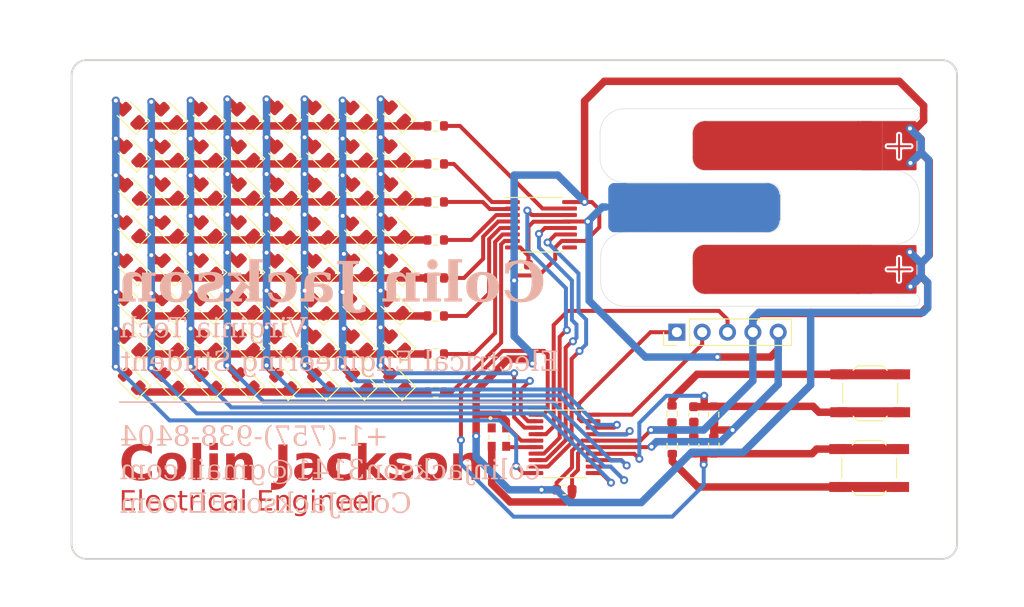
<source format=kicad_pcb>
(kicad_pcb (version 20221018) (generator pcbnew)
  (layers (0 "F.Cu" signal) (31 "B.Cu" signal) (34 "B.Paste" user) (35 "F.Paste" user) (36 "B.SilkS" user "B.Silkscreen") (37 "F.SilkS" user "F.Silkscreen") (38 "B.Mask" user) (39 "F.Mask" user) (44 "Edge.Cuts" user))
  (net 0 "")
  (net 1 "Net-(D1-K)")
  (net 2 "Row1")
  (net 3 "Net-(D10-K)")
  (net 4 "Net-(D11-K)")
  (net 5 "Net-(D12-K)")
  (net 6 "Net-(D13-K)")
  (net 7 "Net-(D14-K)")
  (net 8 "Net-(D15-K)")
  (net 9 "Net-(D16-K)")
  (net 10 "Row2")
  (net 11 "Row3")
  (net 12 "Row4")
  (net 13 "Row5")
  (net 14 "Row6")
  (net 15 "Row7")
  (net 16 "Row8")
  (net 17 "+3V0")
  (net 18 "GND")
  (net 19 "RESET")
  (net 20 "Col1")
  (net 21 "Col2")
  (net 22 "Col3")
  (net 23 "Col4")
  (net 24 "Col5")
  (net 25 "Col6")
  (net 26 "Col7")
  (net 27 "Col8")
  (net 28 "Net-(R10-Pad1)")
  (net 29 "BUTTON")
  (net 30 "Net-(R11-Pad1)")
  (net 31 "BUTTON2")
  (net 32 "SRCLK")
  (net 33 "RCLK")
  (net 34 "SER")
  (net 36 "SW_DIO")
  (net 37 "SW_CLK")
  (net 38 "CLK")
  (footprint "LED_SMD:LED_0805_2012Metric" (layer "F.Cu") (at 48.006 39.624 135)
    (fp_text reference "D20" hide)
    (fp_text value "L")
  )
  (footprint "LED_SMD:LED_0805_2012Metric" (layer "F.Cu") (at 44.196 39.624 135)
    (fp_text reference "D28" hide)
    (fp_text value "L")
  )
  (footprint "LED_SMD:LED_0805_2012Metric" (layer "F.Cu") (at 29.055087 28.166087 135)
    (fp_text reference "D60" hide)
    (fp_text value "L")
  )
  (footprint "LED_SMD:LED_0805_2012Metric" (layer "F.Cu") (at 40.386 24.384 135)
    (fp_text reference "D61" hide)
    (fp_text value "L")
  )
  (footprint "LED_SMD:LED_0805_2012Metric" (layer "F.Cu") (at 36.675087 28.166087 135)
    (fp_text reference "D58" hide)
    (fp_text value "L")
  )
  (footprint "LED_SMD:LED_0805_2012Metric" (layer "F.Cu") (at 36.675088 39.568174 135)
    (fp_text reference "D46" hide)
    (fp_text value "L")
  )
  (footprint "LED_SMD:LED_0805_2012Metric" (layer "F.Cu") (at 28.956 24.384 135)
    (fp_text reference "D64" hide)
    (fp_text value "L")
  )
  (footprint "LED_SMD:LED_0805_2012Metric" (layer "F.Cu") (at 40.513001 43.406087 135)
    (fp_text reference "D41" hide)
    (fp_text value "L")
  )
  (footprint "LED_SMD:LED_0805_2012Metric" (layer "F.Cu") (at 44.195999 51.054 135)
    (fp_text reference "D25" hide)
    (fp_text value "L")
  )
  (footprint "LED_SMD:LED_0805_2012Metric" (layer "F.Cu") (at 32.865087 50.998174 135)
    (fp_text reference "D35" hide)
    (fp_text value "L")
  )
  (footprint "LED_SMD:LED_0805_2012Metric" (layer "F.Cu") (at 51.788086 24.257 135)
    (fp_text reference "D16" hide)
    (fp_text value "L")
  )
  (footprint "LED_SMD:LED_0805_2012Metric" (layer "F.Cu") (at 51.871826 31.948174 135)
    (fp_text reference "D14" hide)
    (fp_text value "L")
  )
  (footprint "LED_SMD:LED_0805_2012Metric" (layer "F.Cu") (at 55.626 51.054 135)
    (fp_text reference "D1" hide)
    (fp_text value "L")
  )
  (footprint "Colin New Footprints:OSC_ECS-2520S25-250-FN-TR" (layer "F.Cu") (at 65.8368 56.5912 -90)
    (fp_text reference "Y1" hide)
    (fp_text value "Active Crystal Oscillator")
  )
  (footprint "LED_SMD:LED_0805_2012Metric" (layer "F.Cu") (at 55.399913 43.505174 135)
    (fp_text reference "D3" hide)
    (fp_text value "L")
  )
  (footprint "Colin New Footprints:CR2025 Circuit Board Battery Holder" (layer "F.Cu") (at 101.9724 24.8764)
    (fp_text reference "J1" hide)
    (fp_text value "Battery")
    (fp_line (start -26 3.75) (end -26 1.25) (stroke (width 0.05)) (layer "Edge.Cuts"))
    (fp_line (start -25.95 16.15) (end -25.95 13.65) (stroke (width 0.05)) (layer "Edge.Cuts"))
    (fp_line (start -23.55 -1.2) (end 0 -1.2) (stroke (width 0.05)) (layer "Edge.Cuts"))
    (fp_line (start -23.55 6.2) (end -9.136954 6.217588) (stroke (width 0.05)) (layer "Edge.Cuts"))
    (fp_line (start -23.5 11.2) (end -9.136954 11.217588) (stroke (width 0.05)) (layer "Edge.Cuts"))
    (fp_line (start -16.762951 3.749995) (end -16.762951 1.249995) (stroke (width 0.05)) (layer "Edge.Cuts"))
    (fp_line (start -16.749999 16.15) (end -16.749999 13.65) (stroke (width 0.05)) (layer "Edge.Cuts"))
    (fp_line (start -15.512951 -0.000005) (end 0.2 -0.000002) (stroke (width 0.05)) (layer "Edge.Cuts"))
    (fp_line (start -15.5 12.399997) (end 0 12.4) (stroke (width 0.05)) (layer "Edge.Cuts"))
    (fp_line (start -7.886954 7.45) (end -7.886954 9.95) (stroke (width 0.05)) (layer "Edge.Cuts"))
    (fp_line (start -0.050005 17.4) (end -15.5 17.400003) (stroke (width 0.05)) (layer "Edge.Cuts"))
    (fp_line (start 0 -1.2) (end 5.4 -1.2) (stroke (width 0.05)) (layer "Edge.Cuts"))
    (fp_line (start 0 4.999998) (end -15.512951 5.000001) (stroke (width 0.05)) (layer "Edge.Cuts"))
    (fp_line (start 0 5) (end 3.542588 5.007412) (stroke (width 0.05)) (layer "Edge.Cuts"))
    (fp_line (start 0 12.4) (end 3.55 12.4) (stroke (width 0.05)) (layer "Edge.Cuts"))
    (fp_line (start 0.05 18.6) (end -23.5 18.6) (stroke (width 0.05)) (layer "Edge.Cuts"))
    (fp_line (start 5.35 0) (end -0.05 0) (stroke (width 0.05)) (layer "Edge.Cuts"))
    (fp_line (start 5.45 17.4) (end -0.050005 17.4) (stroke (width 0.05)) (layer "Edge.Cuts"))
    (fp_line (start 5.45 18.6) (end 0.05 18.6) (stroke (width 0.05)) (layer "Edge.Cuts"))
    (fp_line (start 5.992588 7.457412) (end 6 9.95) (stroke (width 0.05)) (layer "Edge.Cuts"))
    (fp_arc (start -26 1.25) (mid -25.282412 -0.482412) (end -23.55 -1.2) (stroke (width 0.05)) (layer "Edge.Cuts"))
    (fp_arc (start -25.95 13.65) (mid -25.232412 11.917588) (end -23.5 11.2) (stroke (width 0.05)) (layer "Edge.Cuts"))
    (fp_arc (start -23.55 6.2) (mid -25.282412 5.482412) (end -26 3.75) (stroke (width 0.05)) (layer "Edge.Cuts"))
    (fp_arc (start -23.5 18.6) (mid -25.232412 17.882412) (end -25.95 16.15) (stroke (width 0.05)) (layer "Edge.Cuts"))
    (fp_arc (start -16.762951 1.249995) (mid -16.396834 0.366112) (end -15.512951 -0.000005) (stroke (width 0.05)) (layer "Edge.Cuts"))
    (fp_arc (start -16.750002 13.649997) (mid -16.383885 12.766114) (end -15.500002 12.399997) (stroke (width 0.05)) (layer "Edge.Cuts"))
    (fp_arc (start -15.512951 5.000001) (mid -16.396834 4.633884) (end -16.762951 3.750001) (stroke (width 0.05)) (layer "Edge.Cuts"))
    (fp_arc (start -15.500002 17.400003) (mid -16.383885 17.033886) (end -16.750002 16.150003) (stroke (width 0.05)) (layer "Edge.Cuts"))
    (fp_arc (start -9.136954 6.217588) (mid -8.25307 6.583704) (end -7.886954 7.467588) (stroke (width 0.05)) (layer "Edge.Cuts"))
    (fp_arc (start -7.886954 9.967588) (mid -8.253071 10.851471) (end -9.136954 11.217588) (stroke (width 0.05)) (layer "Edge.Cuts"))
    (fp_arc (start 3.542588 5.007412) (mid 5.275 5.725) (end 5.992588 7.457412) (stroke (width 0.05)) (layer "Edge.Cuts"))
    (fp_arc (start 5.4 -1.2) (mid 6 -0.6) (end 5.4 0) (stroke (width 0.05)) (layer "Edge.Cuts"))
    (fp_arc (start 5.45 17.4) (mid 6.05 18) (end 5.45 18.6) (stroke (width 0.05)) (layer "Edge.Cuts"))
    (fp_arc (start 6 9.95) (mid 5.282412 11.682412) (end 3.55 12.4) (stroke (width 0.05)) (layer "Edge.Cuts"))
  )
  (footprint "LED_SMD:LED_0805_2012Metric" (layer "F.Cu") (at 47.906913 35.913087 135)
    (fp_text reference "D21" hide)
    (fp_text value "L")
  )
  (footprint "LED_SMD:LED_0805_2012Metric" (layer "F.Cu") (at 29.055088 35.758174 135)
    (fp_text reference "D52" hide)
    (fp_text value "L")
  )
  (footprint "LED_SMD:LED_0805_2012Metric" (layer "F.Cu") (at 36.675087 50.998174 135)
    (fp_text reference "D34" hide)
    (fp_text value "L")
  )
  (footprint "LED_SMD:LED_0805_2012Metric" (layer "F.Cu") (at 40.485088 47.188174 135)
    (fp_text reference "D37" hide)
    (fp_text value "L")
  )
  (footprint "LED_SMD:LED_0805_2012Metric" (layer "F.Cu") (at 47.978087 47.216087 135)
    (fp_text reference "D18" hide)
    (fp_text value "L")
  )
  (footprint "LED_SMD:LED_0805_2012Metric" (layer "F.Cu") (at 32.865088 47.188174 135)
    (fp_text reference "D39" hide)
    (fp_text value "L")
  )
  (footprint "LED_SMD:LED_0805_2012Metric" (layer "F.Cu") (at 51.816 47.188174 135)
    (fp_text reference "D10" hide)
    (fp_text value "L")
  )
  (footprint "LED_SMD:LED_0805_2012Metric" (layer "F.Cu") (at 44.069 35.941 135)
    (fp_text reference "D29" hide)
    (fp_text value "L")
  )
  (footprint "Button_Switch_SMD:SW_SPST_TL3342" (layer "F.Cu") (at 102.9462 59.69)
    (fp_text reference "SW2" hide)
    (fp_text value "SMD Push Button")
  )
  (footprint "LED_SMD:LED_0805_2012Metric" (layer "F.Cu") (at 44.168086 24.257 135)
    (fp_text reference "D32" hide)
    (fp_text value "L")
  )
  (footprint "Resistor_SMD:R_0603_1608Metric" (layer "F.Cu") (at 59.5 44.45)
    (fp_text reference "R4" hide)
    (fp_text value "100 Ω")
  )
  (footprint "Connector_PinHeader_2.54mm:PinHeader_1x05_P2.54mm_Vertical" (layer "F.Cu") (at 83.6676 46.0756 90)
    (fp_text reference "J2" hide)
    (fp_text value "Reprogram")
  )
  (footprint "LED_SMD:LED_0805_2012Metric" (layer "F.Cu") (at 47.752 43.533087 135)
    (fp_text reference "D19" hide)
    (fp_text value "L")
  )
  (footprint "LED_SMD:LED_0805_2012Metric" (layer "F.Cu") (at 36.675088 35.758174 135)
    (fp_text reference "D50" hide)
    (fp_text value "L")
  )
  (footprint "LED_SMD:LED_0805_2012Metric" (layer "F.Cu") (at 32.865087 28.166087 135)
    (fp_text reference "D59" hide)
    (fp_text value "L")
  )
  (footprint "Capacitor_SMD:C_0603_1608Metric" (layer "F.Cu") (at 72.39 61.8744)
    (fp_text reference "C1" hide)
    (fp_text value "10uF")
  )
  (footprint "LED_SMD:LED_0805_2012Metric" (layer "F.Cu") (at 48.005999 51.054 135)
    (fp_text reference "D17" hide)
    (fp_text value "L")
  )
  (footprint "Package_SO:TSSOP-20_4.4x6.5mm_P0.65mm" (layer "F.Cu") (at 72.4077 57.2718)
    (fp_text reference "U1" hide)
    (fp_text value "STM32L010F4Px")
  )
  (footprint "LED_SMD:LED_0805_2012Metric" (layer "F.Cu") (at 36.675088 47.188174 135)
    (fp_text reference "D38" hide)
    (fp_text value "L")
  )
  (footprint "Resistor_SMD:R_0603_1608Metric" (layer "F.Cu") (at 87.3506 54.3314 -90)
    (fp_text reference "R12" hide)
    (fp_text value "10kΩ")
  )
  (footprint "LED_SMD:LED_0805_2012Metric" (layer "F.Cu") (at 29.083001 39.596087 135)
    (fp_text reference "D48" hide)
    (fp_text value "L")
  )
  (footprint "Resistor_SMD:R_0603_1608Metric" (layer "F.Cu") (at 87.376 57.4302 90)
    (fp_text reference "R1" hide)
    (fp_text value "10kΩ")
  )
  (footprint "LED_SMD:LED_0805_2012Metric" (layer "F.Cu") (at 29.055088 47.188174 135)
    (fp_text reference "D40" hide)
    (fp_text value "L")
  )
  (footprint "LED_SMD:LED_0805_2012Metric" (layer "F.Cu") (at 40.485088 39.568174 135)
    (fp_text reference "D45" hide)
    (fp_text value "L")
  )
  (footprint "LED_SMD:LED_0805_2012Metric" (layer "F.Cu") (at 40.485087 28.166087 135)
    (fp_text reference "D57" hide)
    (fp_text value "L")
  )
  (footprint "LED_SMD:LED_0805_2012Metric" (layer "F.Cu") (at 47.950173 28.166087 135)
    (fp_text reference "D23" hide)
    (fp_text value "L")
  )
  (footprint "LED_SMD:LED_0805_2012Metric" (layer "F.Cu") (at 29.055088 43.378174 135)
    (fp_text reference "D44" hide)
    (fp_text value "L")
  )
  (footprint "LED_SMD:LED_0805_2012Metric" (layer "F.Cu") (at 44.223913 31.976087 135)
    (fp_text reference "D30" hide)
    (fp_text value "L")
  )
  (footprint "LED_SMD:LED_0805_2012Metric" (layer "F.Cu") (at 51.562 43.533087 135)
    (fp_text reference "D11" hide)
    (fp_text value "L")
  )
  (footprint "LED_SMD:LED_0805_2012Metric" (layer "F.Cu") (at 32.865088 35.758174 135)
    (fp_text reference "D51" hide)
    (fp_text value "L")
  )
  (footprint "Resistor_SMD:R_0603_1608Metric" (layer "F.Cu") (at 59.5 33.02)
    (fp_text reference "R7" hide)
    (fp_text value "100 Ω")
  )
  (footprint "Resistor_SMD:R_0603_1608Metric" (layer "F.Cu") (at 59.5 36.83)
    (fp_text reference "R6" hide)
    (fp_text value "100 Ω")
  )
  (footprint "LED_SMD:LED_0805_2012Metric" (layer "F.Cu") (at 51.744826 35.885174 135)
    (fp_text reference "D13" hide)
    (fp_text value "L")
  )
  (footprint "LED_SMD:LED_0805_2012Metric" (layer "F.Cu") (at 55.598087 28.138174 135)
    (fp_text reference "D7" hide)
    (fp_text value "L")
  )
  (footprint "LED_SMD:LED_0805_2012Metric" (layer "F.Cu") (at 48.006 32.004 135)
    (fp_text reference "D22" hide)
    (fp_text value "L")
  )
  (footprint "Resistor_SMD:R_0603_1608Metric" (layer "F.Cu") (at 83.185 54.2674 -90)
    (fp_text reference "R10" hide)
    (fp_text value "1kΩ")
  )
  (footprint "LED_SMD:LED_0805_2012Metric" (layer "F.Cu") (at 36.703001 43.406087 135)
    (fp_text reference "D42" hide)
    (fp_text value "L")
  )
  (footprint "Package_SO:TSSOP-16_4.4x5mm_P0.65mm" (layer "F.Cu") (at 70.0532 35.306)
    (fp_text reference "U3" hide)
    (fp_text value "74HC595")
  )
  (footprint "LED_SMD:LED_0805_2012Metric" (layer "F.Cu") (at 51.788086 28.138174 135)
    (fp_text reference "D15" hide)
    (fp_text value "L")
  )
  (footprint "LED_SMD:LED_0805_2012Metric" (layer "F.Cu") (at 51.843913 39.596087 135)
    (fp_text reference "D12" hide)
    (fp_text value "L")
  )
  (footprint "LED_SMD:LED_0805_2012Metric" (layer "F.Cu") (at 55.626 47.188174 135)
    (fp_text reference "D2" hide)
    (fp_text value "L")
  )
  (footprint "LED_SMD:LED_0805_2012Metric" (layer "F.Cu") (at 32.893001 43.406087 135)
    (fp_text reference "D43" hide)
    (fp_text value "L")
  )
  (footprint "LED_SMD:LED_0805_2012Metric" (layer "F.Cu") (at 36.576 24.384 135)
    (fp_text reference "D62" hide)
    (fp_text value "L")
  )
  (footprint "Resistor_SMD:R_0603_1608Metric" (layer "F.Cu") (at 83.2104 57.4424 90)
    (fp_text reference "R11" hide)
    (fp_text value "1kΩ")
  )
  (footprint "LED_SMD:LED_0805_2012Metric" (layer "F.Cu") (at 40.485088 31.948174 135)
    (fp_text reference "D53" hide)
    (fp_text value "L")
  )
  (footprint "Resistor_SMD:R_0603_1608Metric" (layer "F.Cu") (at 59.5 29.21)
    (fp_text reference "R8" hide)
    (fp_text value "100 Ω")
  )
  (footprint "LED_SMD:LED_0805_2012Metric" (layer "F.Cu") (at 40.457174 50.970261 135)
    (fp_text reference "D33" hide)
    (fp_text value "L")
  )
  (footprint "LED_SMD:LED_0805_2012Metric" (layer "F.Cu") (at 32.865088 39.568174 135)
    (fp_text reference "D47" hide)
    (fp_text value "L")
  )
  (footprint "Button_Switch_SMD:SW_SPST_TL3342" (layer "F.Cu") (at 103.0478 52.197 180)
    (fp_text reference "SW1" hide)
    (fp_text value "SMD Push Button")
  )
  (footprint "LED_SMD:LED_0805_2012Metric" (layer "F.Cu") (at 36.675088 31.948174 135)
    (fp_text reference "D54" hide)
    (fp_text value "L")
  )
  (footprint "Capacitor_SMD:C_0603_1608Metric" (layer "F.Cu") (at 85.3694 54.3182 90)
    (fp_text reference "C4" hide)
    (fp_text value "0.1uF")
  )
  (footprint "LED_SMD:LED_0805_2012Metric" (layer "F.Cu") (at 44.168087 47.216087 135)
    (fp_text reference "D26" hide)
    (fp_text value "L")
  )
  (footprint "LED_SMD:LED_0805_2012Metric" (layer "F.Cu") (at 44.140173 28.166087 135)
    (fp_text reference "D31" hide)
    (fp_text value "L")
  )
  (footprint "Capacitor_SMD:C_0603_1608Metric" (layer "F.Cu") (at 68.0212 39.3192 180)
    (fp_text reference "C2" hide)
    (fp_text value "10uF")
  )
  (footprint "Resistor_SMD:R_0603_1608Metric" (layer "F.Cu") (at 59.5 48.26)
    (fp_text reference "R3" hide)
    (fp_text value "100 Ω")
  )
  (footprint "LED_SMD:LED_0805_2012Metric" (layer "F.Cu") (at 47.978086 24.257 135)
    (fp_text reference "D24" hide)
    (fp_text value "L")
  )
  (footprint "LED_SMD:LED_0805_2012Metric" (layer "F.Cu") (at 29.027174 50.970261 135)
    (fp_text reference "D36" hide)
    (fp_text value "L")
  )
  (footprint "LED_SMD:LED_0805_2012Metric" (layer "F.Cu") (at 55.653913 39.596087 135)
    (fp_text reference "D4" hide)
    (fp_text value "L")
  )
  (footprint "LED_SMD:LED_0805_2012Metric" (layer "F.Cu") (at 29.110914 32.004 135)
    (fp_text reference "D56" hide)
    (fp_text value "L")
  )
  (footprint "Capacitor_SMD:C_0603_1608Metric" (layer "F.Cu") (at 85.3694 57.417 -90)
    (fp_text reference "C3" hide)
    (fp_text value "0.1uF")
  )
  (footprint "Resistor_SMD:R_0603_1608Metric" (layer "F.Cu") (at 59.5 25.4)
    (fp_text reference "R9" hide)
    (fp_text value "100 Ω")
  )
  (footprint "Resistor_SMD:R_0603_1608Metric" (layer "F.Cu") (at 59.5 52.07)
    (fp_text reference "R2" hide)
    (fp_text value "100 Ω")
  )
  (footprint "LED_SMD:LED_0805_2012Metric" (layer "F.Cu") (at 43.942 43.533087 135)
    (fp_text reference "D27" hide)
    (fp_text value "L")
  )
  (footprint "LED_SMD:LED_0805_2012Metric" (layer "F.Cu") (at 32.865088 31.948174 135)
    (fp_text reference "D55" hide)
    (fp_text value "L")
  )
  (footprint "LED_SMD:LED_0805_2012Metric" (layer "F.Cu") (at 55.554826 35.885174 135)
    (fp_text reference "D5" hide)
    (fp_text value "L")
  )
  (footprint "LED_SMD:LED_0805_2012Metric" (layer "F.Cu") (at 32.766 24.384 135)
    (fp_text reference "D63" hide)
    (fp_text value "L")
  )
  (footprint "Resistor_SMD:R_0603_1608Metric" (layer "F.Cu") (at 59.5 40.64)
    (fp_text reference "R5" hide)
    (fp_text value "100 Ω")
  )
  (footprint "LED_SMD:LED_0805_2012Metric" (layer "F.Cu") (at 51.843913 51.026087 135)
    (fp_text reference "D9" hide)
    (fp_text value "L")
  )
  (footprint "LED_SMD:LED_0805_2012Metric" (layer "F.Cu") (at 55.681826 31.948174 135)
    (fp_text reference "D6" hide)
    (fp_text value "L")
  )
  (footprint "LED_SMD:LED_0805_2012Metric" (layer "F.Cu") (at 40.485088 35.758174 135)
    (fp_text reference "D49" hide)
    (fp_text value "L")
  )
  (footprint "LED_SMD:LED_0805_2012Metric" (layer "F.Cu") (at 55.625999 24.229087 135)
    (fp_text reference "D8" hide)
    (fp_text value "L")
  )
  (gr_line (start 107.0864 39.7764) (end 104.8004 39.7764) (stroke (width 0.2)) (layer "F.Cu"))
  (gr_line (start 105.9434 40.9194) (end 105.9434 38.6334) (stroke (width 0.2)) (layer "F.Cu"))
  (gr_line (start 107.0864 27.432) (end 104.8004 27.432) (stroke (width 0.2)) (layer "F.Cu"))
  (gr_line (start 105.9434 28.575) (end 105.9434 26.289) (stroke (width 0.2)) (layer "F.Cu"))
  (gr_line (start 92.329 33.5788) (end 90.043 33.5788) (stroke (width 0.2)) (layer "F.Cu"))
  (gr_line (start 27.813 53.086) (end 72.263 53.086) (stroke (width 0.15)) (layer "B.SilkS"))
  (gr_arc (start 23 20.3) (mid 23.43934 19.23934) (end 24.5 18.8) (stroke (width 0.2)) (layer "Edge.Cuts"))
  (gr_line (start 102.3716 42.2494) (end 102.271595 42.2494) (stroke (width 0.05)) (layer "Edge.Cuts"))
  (gr_line (start 111.75 20.3) (end 111.75 67.3) (stroke (width 0.2)) (layer "Edge.Cuts"))
  (gr_line (start 24.5 18.8) (end 110.25 18.8) (stroke (width 0.2)) (layer "Edge.Cuts"))
  (gr_line (start 23 20.3) (end 23 67.3) (stroke (width 0.2)) (layer "Edge.Cuts"))
  (gr_arc (start 24.5 68.8) (mid 23.43934 68.36066) (end 23 67.3) (stroke (width 0.2)) (layer "Edge.Cuts"))
  (gr_arc (start 111.75 67.3) (mid 111.31066 68.36066) (end 110.25 68.8) (stroke (width 0.2)) (layer "Edge.Cuts"))
  (gr_line (start 110.25 68.8) (end 24.5 68.8) (stroke (width 0.2)) (layer "Edge.Cuts"))
  (gr_arc (start 110.25 18.8) (mid 111.31066 19.23934) (end 111.75 20.3) (stroke (width 0.2)) (layer "Edge.Cuts"))
  (gr_text "Electrical Engineer" (at 27.7622 64.2874) (layer "F.Cu") (effects (font (size 2 2) (thickness 0.375)) (justify left bottom)))
  (gr_text "Colin Jackson" (at 27.7622 61.4934) (layer "F.Cu") (effects (font (size 3.5 3.5) (thickness 0.3) bold) (justify left bottom)))
  (gr_text "Colin Jackson" (at 27.559 43.688) (layer "B.SilkS") (effects (font (size 4 4) (thickness 0.6) bold) (justify right bottom mirror)))
  (gr_text "+1-(757)-938-8404\ncolinjackson3141@gmail.com\nColinJacksonEE.com" (at 27.813 64.516) (layer "B.SilkS") (effects (font (size 2 2) (thickness 0.25)) (justify right bottom mirror)))
  (gr_text "Virginia Tech\nElectrical Engineering Student" (at 27.813 50.292) (layer "B.SilkS") (effects (font (size 2 2) (thickness 0.25)) (justify right bottom mirror)))
  (segment (start 49.021999 52.07) (end 45.211999 52.07) (width 0.75) (layer "F.Cu") (net 1))
  (segment (start 29.971999 52.07) (end 29.590999 51.689) (width 0.75) (layer "F.Cu") (net 1))
  (segment (start 37.591999 52.07) (end 33.781999 52.07) (width 0.75) (layer "F.Cu") (net 1))
  (segment (start 45.211999 52.07) (end 41.401999 52.07) (width 0.75) (layer "F.Cu") (net 1))
  (segment (start 37.591999 52.07) (end 37.238912 51.716913) (width 0.75) (layer "F.Cu") (net 1))
  (segment (start 56.642 52.07) (end 52.887826 52.07) (width 0.75) (layer "F.Cu") (net 1))
  (segment (start 41.401999 52.07) (end 37.591999 52.07) (width 0.75) (layer "F.Cu") (net 1))
  (segment (start 52.887826 52.07) (end 49.021999 52.07) (width 0.75) (layer "F.Cu") (net 1))
  (segment (start 33.781999 52.07) (end 33.428912 51.716913) (width 0.75) (layer "F.Cu") (net 1))
  (segment (start 52.887826 52.07) (end 52.506826 51.689) (width 0.75) (layer "F.Cu") (net 1))
  (segment (start 56.642 52.07) (end 56.288913 51.716913) (width 0.75) (layer "F.Cu") (net 1))
  (segment (start 49.021999 52.07) (end 48.668912 51.716913) (width 0.75) (layer "F.Cu") (net 1))
  (segment (start 45.211999 52.07) (end 44.858912 51.716913) (width 0.75) (layer "F.Cu") (net 1))
  (segment (start 33.781999 52.07) (end 29.971999 52.07) (width 0.75) (layer "F.Cu") (net 1))
  (segment (start 41.401999 52.07) (end 41.020999 51.689) (width 0.75) (layer "F.Cu") (net 1))
  (segment (start 58.675 52.07) (end 56.642 52.07) (width 0.75) (layer "F.Cu") (net 1))
  (segment (start 67.3608 54.61) (end 67.3608 50.1904) (width 0.4) (layer "F.Cu") (net 2))
  (segment (start 54.808174 23.566174) (end 53.975 22.733) (width 0.75) (layer "F.Cu") (net 2))
  (segment (start 54.907261 27.475261) (end 53.975 26.543) (width 0.75) (layer "F.Cu") (net 2))
  (segment (start 54.891913 35.206913) (end 53.975 34.29) (width 0.75) (layer "F.Cu") (net 2))
  (segment (start 68.3976 55.6468) (end 67.3608 54.61) (width 0.4) (layer "F.Cu") (net 2))
  (segment (start 54.737 42.672) (end 53.975 41.91) (width 0.75) (layer "F.Cu") (net 2))
  (segment (start 54.737 42.842261) (end 54.737 42.672) (width 0.75) (layer "F.Cu") (net 2))
  (segment (start 54.935174 27.475261) (end 54.907261 27.475261) (width 0.75) (layer "F.Cu") (net 2))
  (segment (start 54.963087 46.525261) (end 54.907261 46.525261) (width 0.75) (layer "F.Cu") (net 2))
  (segment (start 54.891913 35.222261) (end 54.891913 35.206913) (width 0.75) (layer "F.Cu") (net 2))
  (segment (start 55.018913 31.285261) (end 55.018913 31.269913) (width 0.75) (layer "F.Cu") (net 2))
  (segment (start 54.991 38.933174) (end 54.808174 38.933174) (width 0.75) (layer "F.Cu") (net 2))
  (segment (start 69.5452 55.6468) (end 68.3976 55.6468) (width 0.4) (layer "F.Cu") (net 2))
  (segment (start 54.963087 50.391087) (end 53.975 49.403) (width 0.75) (layer "F.Cu") (net 2))
  (segment (start 54.907261 46.525261) (end 53.975 45.593) (width 0.75) (layer "F.Cu") (net 2))
  (segment (start 55.018913 31.269913) (end 53.975 30.226) (width 0.75) (layer "F.Cu") (net 2))
  (segment (start 54.963086 23.566174) (end 54.808174 23.566174) (width 0.75) (layer "F.Cu") (net 2))
  (segment (start 54.808174 38.933174) (end 53.975 38.1) (width 0.75) (layer "F.Cu") (net 2))
  (via (at 53.975 34.29) (size 0.8) (drill 0.4) (layers "F.Cu" "B.Cu") (net 2))
  (via (at 53.975 30.226) (size 0.8) (drill 0.4) (layers "F.Cu" "B.Cu") (net 2))
  (via (at 53.975 49.403) (size 0.8) (drill 0.4) (layers "F.Cu" "B.Cu") (net 2))
  (via (at 67.3608 50.1904) (size 0.8) (drill 0.4) (layers "F.Cu" "B.Cu") (net 2))
  (via (at 53.975 38.1) (size 0.8) (drill 0.4) (layers "F.Cu" "B.Cu") (net 2))
  (via (at 53.975 41.91) (size 0.8) (drill 0.4) (layers "F.Cu" "B.Cu") (net 2))
  (via (at 53.975 45.593) (size 0.8) (drill 0.4) (layers "F.Cu" "B.Cu") (net 2))
  (via (at 53.975 26.543) (size 0.8) (drill 0.4) (layers "F.Cu" "B.Cu") (net 2))
  (via (at 53.975 22.733) (size 0.8) (drill 0.4) (layers "F.Cu" "B.Cu") (net 2))
  (segment (start 53.975 49.403) (end 53.975 22.733) (width 0.75) (layer "B.Cu") (net 2))
  (segment (start 53.975 49.5046) (end 54.6608 50.1904) (width 0.4) (layer "B.Cu") (net 2))
  (segment (start 53.975 49.403) (end 53.975 49.5046) (width 0.4) (layer "B.Cu") (net 2))
  (segment (start 54.6608 50.1904) (end 67.3608 50.1904) (width 0.4) (layer "B.Cu") (net 2))
  (segment (start 41.402 48.26) (end 41.048913 47.906913) (width 0.75) (layer "F.Cu") (net 3))
  (segment (start 56.697826 48.26) (end 52.887826 48.26) (width 0.75) (layer "F.Cu") (net 3))
  (segment (start 56.697826 48.26) (end 56.288913 47.851087) (width 0.75) (layer "F.Cu") (net 3))
  (segment (start 52.887826 48.26) (end 52.478913 47.851087) (width 0.75) (layer "F.Cu") (net 3))
  (segment (start 33.782 48.26) (end 33.428913 47.906913) (width 0.75) (layer "F.Cu") (net 3))
  (segment (start 37.592 48.26) (end 37.238913 47.906913) (width 0.75) (layer "F.Cu") (net 3))
  (segment (start 49.022 48.26) (end 45.212 48.26) (width 0.75) (layer "F.Cu") (net 3))
  (segment (start 33.782 48.26) (end 29.972 48.26) (width 0.75) (layer "F.Cu") (net 3))
  (segment (start 37.592 48.26) (end 33.782 48.26) (width 0.75) (layer "F.Cu") (net 3))
  (segment (start 45.212 48.26) (end 41.402 48.26) (width 0.75) (layer "F.Cu") (net 3))
  (segment (start 58.675 48.26) (end 56.697826 48.26) (width 0.75) (layer "F.Cu") (net 3))
  (segment (start 29.972 48.26) (end 29.618913 47.906913) (width 0.75) (layer "F.Cu") (net 3))
  (segment (start 41.402 48.26) (end 37.592 48.26) (width 0.75) (layer "F.Cu") (net 3))
  (segment (start 45.212 48.26) (end 44.831 47.879) (width 0.75) (layer "F.Cu") (net 3))
  (segment (start 52.887826 48.26) (end 49.022 48.26) (width 0.75) (layer "F.Cu") (net 3))
  (segment (start 49.022 48.26) (end 48.641 47.879) (width 0.75) (layer "F.Cu") (net 3))
  (segment (start 42.545 44.45) (end 38.735 44.45) (width 0.75) (layer "F.Cu") (net 4))
  (segment (start 49.53 44.45) (end 45.72 44.45) (width 0.75) (layer "F.Cu") (net 4))
  (segment (start 52.478913 44.45) (end 52.224913 44.196) (width 0.75) (layer "F.Cu") (net 4))
  (segment (start 34.29 44.45) (end 29.972 44.45) (width 0.75) (layer "F.Cu") (net 4))
  (segment (start 49.53 44.45) (end 48.668913 44.45) (width 0.75) (layer "F.Cu") (net 4))
  (segment (start 53.34 44.45) (end 49.53 44.45) (width 0.75) (layer "F.Cu") (net 4))
  (segment (start 41.402 44.45) (end 41.048913 44.096913) (width 0.75) (layer "F.Cu") (net 4))
  (segment (start 38.735 44.45) (end 37.592 44.45) (width 0.75) (layer "F.Cu") (net 4))
  (segment (start 29.972 44.45) (end 29.646826 44.124826) (width 0.75) (layer "F.Cu") (net 4))
  (segment (start 56.344739 44.45) (end 53.34 44.45) (width 0.75) (layer "F.Cu") (net 4))
  (segment (start 53.34 44.45) (end 52.478913 44.45) (width 0.75) (layer "F.Cu") (net 4))
  (segment (start 45.72 44.45) (end 42.545 44.45) (width 0.75) (layer "F.Cu") (net 4))
  (segment (start 38.735 44.45) (end 34.29 44.45) (width 0.75) (layer "F.Cu") (net 4))
  (segment (start 45.72 44.45) (end 44.858913 44.45) (width 0.75) (layer "F.Cu") (net 4))
  (segment (start 56.344739 44.45) (end 56.062826 44.168087) (width 0.75) (layer "F.Cu") (net 4))
  (segment (start 37.592 44.45) (end 37.266826 44.124826) (width 0.75) (layer "F.Cu") (net 4))
  (segment (start 33.782 44.45) (end 33.456826 44.124826) (width 0.75) (layer "F.Cu") (net 4))
  (segment (start 42.545 44.45) (end 41.402 44.45) (width 0.75) (layer "F.Cu") (net 4))
  (segment (start 34.29 44.45) (end 33.782 44.45) (width 0.75) (layer "F.Cu") (net 4))
  (segment (start 48.668913 44.45) (end 48.414913 44.196) (width 0.75) (layer "F.Cu") (net 4))
  (segment (start 58.675 44.45) (end 56.344739 44.45) (width 0.75) (layer "F.Cu") (net 4))
  (segment (start 44.858913 44.45) (end 44.604913 44.196) (width 0.75) (layer "F.Cu") (net 4))
  (segment (start 41.402 40.64) (end 41.076826 40.314826) (width 0.75) (layer "F.Cu") (net 5))
  (segment (start 29.972 40.64) (end 29.618913 40.286913) (width 0.75) (layer "F.Cu") (net 5))
  (segment (start 49.53 40.64) (end 45.72 40.64) (width 0.75) (layer "F.Cu") (net 5))
  (segment (start 38.1 40.64) (end 37.592 40.64) (width 0.75) (layer "F.Cu") (net 5))
  (segment (start 45.72 40.64) (end 45.212 40.64) (width 0.75) (layer "F.Cu") (net 5))
  (segment (start 53.975 40.64) (end 49.53 40.64) (width 0.75) (layer "F.Cu") (net 5))
  (segment (start 34.29 40.64) (end 33.782 40.64) (width 0.75) (layer "F.Cu") (net 5))
  (segment (start 41.91 40.64) (end 38.1 40.64) (width 0.75) (layer "F.Cu") (net 5))
  (segment (start 45.72 40.64) (end 41.91 40.64) (width 0.75) (layer "F.Cu") (net 5))
  (segment (start 52.887826 40.64) (end 52.506826 40.259) (width 0.75) (layer "F.Cu") (net 5))
  (segment (start 57.15 40.64) (end 53.975 40.64) (width 0.75) (layer "F.Cu") (net 5))
  (segment (start 41.91 40.64) (end 41.402 40.64) (width 0.75) (layer "F.Cu") (net 5))
  (segment (start 33.782 40.64) (end 33.428913 40.286913) (width 0.75) (layer "F.Cu") (net 5))
  (segment (start 56.697826 40.64) (end 56.316826 40.259) (width 0.75) (layer "F.Cu") (net 5))
  (segment (start 49.53 40.64) (end 49.022 40.64) (width 0.75) (layer "F.Cu") (net 5))
  (segment (start 38.1 40.64) (end 34.29 40.64) (width 0.75) (layer "F.Cu") (net 5))
  (segment (start 45.212 40.64) (end 44.858913 40.286913) (width 0.75) (layer "F.Cu") (net 5))
  (segment (start 57.15 40.64) (end 56.697826 40.64) (width 0.75) (layer "F.Cu") (net 5))
  (segment (start 34.29 40.64) (end 29.972 40.64) (width 0.75) (layer "F.Cu") (net 5))
  (segment (start 53.975 40.64) (end 52.887826 40.64) (width 0.75) (layer "F.Cu") (net 5))
  (segment (start 58.675 40.64) (end 57.15 40.64) (width 0.75) (layer "F.Cu") (net 5))
  (segment (start 37.592 40.64) (end 37.238913 40.286913) (width 0.75) (layer "F.Cu") (net 5))
  (segment (start 49.022 40.64) (end 48.668913 40.286913) (width 0.75) (layer "F.Cu") (net 5))
  (segment (start 49.53 36.83) (end 46.355 36.83) (width 0.75) (layer "F.Cu") (net 6))
  (segment (start 34.925 36.83) (end 29.972 36.83) (width 0.75) (layer "F.Cu") (net 6))
  (segment (start 34.925 36.83) (end 33.782 36.83) (width 0.75) (layer "F.Cu") (net 6))
  (segment (start 53.34 36.83) (end 52.689652 36.83) (width 0.75) (layer "F.Cu") (net 6))
  (segment (start 52.689652 36.83) (end 52.407739 36.548087) (width 0.75) (layer "F.Cu") (net 6))
  (segment (start 37.592 36.83) (end 37.238913 36.476913) (width 0.75) (layer "F.Cu") (net 6))
  (segment (start 41.402 36.83) (end 41.048913 36.476913) (width 0.75) (layer "F.Cu") (net 6))
  (segment (start 41.91 36.83) (end 38.735 36.83) (width 0.75) (layer "F.Cu") (net 6))
  (segment (start 46.355 36.83) (end 44.958 36.83) (width 0.75) (layer "F.Cu") (net 6))
  (segment (start 48.823826 36.83) (end 48.569826 36.576) (width 0.75) (layer "F.Cu") (net 6))
  (segment (start 56.499652 36.83) (end 56.217739 36.548087) (width 0.75) (layer "F.Cu") (net 6))
  (segment (start 46.355 36.83) (end 41.91 36.83) (width 0.75) (layer "F.Cu") (net 6))
  (segment (start 57.15 36.83) (end 56.499652 36.83) (width 0.75) (layer "F.Cu") (net 6))
  (segment (start 29.972 36.83) (end 29.618913 36.476913) (width 0.75) (layer "F.Cu") (net 6))
  (segment (start 41.91 36.83) (end 41.402 36.83) (width 0.75) (layer "F.Cu") (net 6))
  (segment (start 38.735 36.83) (end 34.925 36.83) (width 0.75) (layer "F.Cu") (net 6))
  (segment (start 53.34 36.83) (end 49.53 36.83) (width 0.75) (layer "F.Cu") (net 6))
  (segment (start 44.958 36.83) (end 44.731913 36.603913) (width 0.75) (layer "F.Cu") (net 6))
  (segment (start 58.675 36.83) (end 57.15 36.83) (width 0.75) (layer "F.Cu") (net 6))
  (segment (start 38.735 36.83) (end 37.592 36.83) (width 0.75) (layer "F.Cu") (net 6))
  (segment (start 49.53 36.83) (end 48.823826 36.83) (width 0.75) (layer "F.Cu") (net 6))
  (segment (start 33.782 36.83) (end 33.428913 36.476913) (width 0.75) (layer "F.Cu") (net 6))
  (segment (start 57.15 36.83) (end 53.34 36.83) (width 0.75) (layer "F.Cu") (net 6))
  (segment (start 46.355 33.02) (end 45.267826 33.02) (width 0.75) (layer "F.Cu") (net 7))
  (segment (start 52.943652 33.02) (end 52.534739 32.611087) (width 0.75) (layer "F.Cu") (net 7))
  (segment (start 41.402 33.02) (end 41.104739 32.722739) (width 0.75) (layer "F.Cu") (net 7))
  (segment (start 53.975 33.02) (end 52.943652 33.02) (width 0.75) (layer "F.Cu") (net 7))
  (segment (start 58.675 33.02) (end 57.785 33.02) (width 0.75) (layer "F.Cu") (net 7))
  (segment (start 38.735 33.02) (end 37.592 33.02) (width 0.75) (layer "F.Cu") (net 7))
  (segment (start 43.18 33.02) (end 38.735 33.02) (width 0.75) (layer "F.Cu") (net 7))
  (segment (start 34.29 33.02) (end 33.782 33.02) (width 0.75) (layer "F.Cu") (net 7))
  (segment (start 34.29 33.02) (end 29.972 33.02) (width 0.75) (layer "F.Cu") (net 7))
  (segment (start 38.735 33.02) (end 34.29 33.02) (width 0.75) (layer "F.Cu") (net 7))
  (segment (start 29.972 33.02) (end 29.618913 32.666913) (width 0.75) (layer "F.Cu") (net 7))
  (segment (start 50.8 33.02) (end 49.022 33.02) (width 0.75) (layer "F.Cu") (net 7))
  (segment (start 45.267826 33.02) (end 44.886826 32.639) (width 0.75) (layer "F.Cu") (net 7))
  (segment (start 56.753652 33.02) (end 56.344739 32.611087) (width 0.75) (layer "F.Cu") (net 7))
  (segment (start 50.8 33.02) (end 46.355 33.02) (width 0.75) (layer "F.Cu") (net 7))
  (segment (start 46.355 33.02) (end 43.18 33.02) (width 0.75) (layer "F.Cu") (net 7))
  (segment (start 33.782 33.02) (end 33.428913 32.666913) (width 0.75) (layer "F.Cu") (net 7))
  (segment (start 53.975 33.02) (end 50.8 33.02) (width 0.75) (layer "F.Cu") (net 7))
  (segment (start 57.785 33.02) (end 56.753652 33.02) (width 0.75) (layer "F.Cu") (net 7))
  (segment (start 43.18 33.02) (end 41.402 33.02) (width 0.75) (layer "F.Cu") (net 7))
  (segment (start 49.022 33.02) (end 48.668913 32.666913) (width 0.75) (layer "F.Cu") (net 7))
  (segment (start 57.785 33.02) (end 53.975 33.02) (width 0.75) (layer "F.Cu") (net 7))
  (segment (start 37.592 33.02) (end 37.238913 32.666913) (width 0.75) (layer "F.Cu") (net 7))
  (segment (start 45.184086 29.21) (end 44.803086 28.829) (width 0.75) (layer "F.Cu") (net 8))
  (segment (start 29.944086 29.21) (end 29.618912 28.884826) (width 0.75) (layer "F.Cu") (net 8))
  (segment (start 42.545 29.21) (end 38.735 29.21) (width 0.75) (layer "F.Cu") (net 8))
  (segment (start 53.975 29.21) (end 49.53 29.21) (width 0.75) (layer "F.Cu") (net 8))
  (segment (start 49.53 29.21) (end 48.994086 29.21) (width 0.75) (layer "F.Cu") (net 8))
  (segment (start 38.735 29.21) (end 37.564086 29.21) (width 0.75) (layer "F.Cu") (net 8))
  (segment (start 57.15 29.21) (end 56.669913 29.21) (width 0.75) (layer "F.Cu") (net 8))
  (segment (start 49.53 29.21) (end 46.355 29.21) (width 0.75) (layer "F.Cu") (net 8))
  (segment (start 33.754086 29.21) (end 33.428912 28.884826) (width 0.75) (layer "F.Cu") (net 8))
  (segment (start 34.925 29.21) (end 29.944086 29.21) (width 0.75) (layer "F.Cu") (net 8))
  (segment (start 38.735 29.21) (end 34.925 29.21) (width 0.75) (layer "F.Cu") (net 8))
  (segment (start 46.355 29.21) (end 42.545 29.21) (width 0.75) (layer "F.Cu") (net 8))
  (segment (start 37.564086 29.21) (end 37.238912 28.884826) (width 0.75) (layer "F.Cu") (net 8))
  (segment (start 58.675 29.21) (end 57.15 29.21) (width 0.75) (layer "F.Cu") (net 8))
  (segment (start 48.994086 29.21) (end 48.613086 28.829) (width 0.75) (layer "F.Cu") (net 8))
  (segment (start 52.859912 29.21) (end 52.450999 28.801087) (width 0.75) (layer "F.Cu") (net 8))
  (segment (start 53.975 29.21) (end 52.859912 29.21) (width 0.75) (layer "F.Cu") (net 8))
  (segment (start 56.669913 29.21) (end 56.261 28.801087) (width 0.75) (layer "F.Cu") (net 8))
  (segment (start 42.545 29.21) (end 41.374086 29.21) (width 0.75) (layer "F.Cu") (net 8))
  (segment (start 41.374086 29.21) (end 41.048912 28.884826) (width 0.75) (layer "F.Cu") (net 8))
  (segment (start 57.15 29.21) (end 53.975 29.21) (width 0.75) (layer "F.Cu") (net 8))
  (segment (start 34.925 29.21) (end 33.754086 29.21) (width 0.75) (layer "F.Cu") (net 8))
  (segment (start 46.355 29.21) (end 45.184086 29.21) (width 0.75) (layer "F.Cu") (net 8))
  (segment (start 37.437086 25.4) (end 37.139825 25.102739) (width 0.75) (layer "F.Cu") (net 9))
  (segment (start 46.99 25.4) (end 42.545 25.4) (width 0.75) (layer "F.Cu") (net 9))
  (segment (start 58.675 25.4) (end 57.785 25.4) (width 0.75) (layer "F.Cu") (net 9))
  (segment (start 49.121086 25.4) (end 48.640999 24.919913) (width 0.75) (layer "F.Cu") (net 9))
  (segment (start 57.785 25.4) (end 53.975 25.4) (width 0.75) (layer "F.Cu") (net 9))
  (segment (start 42.545 25.4) (end 38.1 25.4) (width 0.75) (layer "F.Cu") (net 9))
  (segment (start 34.925 25.4) (end 29.817086 25.4) (width 0.75) (layer "F.Cu") (net 9))
  (segment (start 42.545 25.4) (end 41.247086 25.4) (width 0.75) (layer "F.Cu") (net 9))
  (segment (start 50.165 25.4) (end 46.99 25.4) (width 0.75) (layer "F.Cu") (net 9))
  (segment (start 45.311086 25.4) (end 44.830999 24.919913) (width 0.75) (layer "F.Cu") (net 9))
  (segment (start 41.247086 25.4) (end 40.949825 25.102739) (width 0.75) (layer "F.Cu") (net 9))
  (segment (start 52.931086 25.4) (end 52.450999 24.919913) (width 0.75) (layer "F.Cu") (net 9))
  (segment (start 38.1 25.4) (end 37.437086 25.4) (width 0.75) (layer "F.Cu") (net 9))
  (segment (start 56.796912 25.4) (end 56.288912 24.892) (width 0.75) (layer "F.Cu") (net 9))
  (segment (start 33.627086 25.4) (end 33.329825 25.102739) (width 0.75) (layer "F.Cu") (net 9))
  (segment (start 57.785 25.4) (end 56.796912 25.4) (width 0.75) (layer "F.Cu") (net 9))
  (segment (start 38.1 25.4) (end 34.925 25.4) (width 0.75) (layer "F.Cu") (net 9))
  (segment (start 50.165 25.4) (end 49.121086 25.4) (width 0.75) (layer "F.Cu") (net 9))
  (segment (start 53.975 25.4) (end 50.165 25.4) (width 0.75) (layer "F.Cu") (net 9))
  (segment (start 34.925 25.4) (end 33.627086 25.4) (width 0.75) (layer "F.Cu") (net 9))
  (segment (start 53.975 25.4) (end 52.931086 25.4) (width 0.75) (layer "F.Cu") (net 9))
  (segment (start 29.817086 25.4) (end 29.519825 25.102739) (width 0.75) (layer "F.Cu") (net 9))
  (segment (start 46.99 25.4) (end 45.311086 25.4) (width 0.75) (layer "F.Cu") (net 9))
  (segment (start 51.181 38.933174) (end 50.998174 38.933174) (width 0.75) (layer "F.Cu") (net 10))
  (segment (start 68.0212 51.8668) (end 68.0212 54.267407) (width 0.4) (layer "F.Cu") (net 10))
  (segment (start 50.998174 50.363174) (end 50.165 49.53) (width 0.75) (layer "F.Cu") (net 10))
  (segment (start 50.970261 27.475261) (end 50.165 26.67) (width 0.75) (layer "F.Cu") (net 10))
  (segment (start 68.9356 50.9524) (end 68.0212 51.8668) (width 0.4) (layer "F.Cu") (net 10))
  (segment (start 68.0212 54.267407) (end 68.750593 54.9968) (width 0.4) (layer "F.Cu") (net 10))
  (segment (start 51.097261 31.285261) (end 50.165 30.353) (width 0.75) (layer "F.Cu") (net 10))
  (segment (start 50.899087 42.771087) (end 50.165 42.037) (width 0.75) (layer "F.Cu") (net 10))
  (segment (start 50.970261 35.222261) (end 50.165 34.417) (width 0.75) (layer "F.Cu") (net 10))
  (segment (start 51.208913 31.285261) (end 51.097261 31.285261) (width 0.75) (layer "F.Cu") (net 10))
  (segment (start 50.899087 23.594087) (end 50.165 22.86) (width 0.75) (layer "F.Cu") (net 10))
  (segment (start 68.750593 54.9968) (end 69.5452 54.9968) (width 0.4) (layer "F.Cu") (net 10))
  (segment (start 51.125173 23.594087) (end 50.899087 23.594087) (width 0.75) (layer "F.Cu") (net 10))
  (segment (start 50.998174 38.933174) (end 50.292 38.227) (width 0.75) (layer "F.Cu") (net 10))
  (segment (start 51.125173 27.475261) (end 50.970261 27.475261) (width 0.75) (layer "F.Cu") (net 10))
  (segment (start 51.181 50.363174) (end 50.998174 50.363174) (width 0.75) (layer "F.Cu") (net 10))
  (segment (start 51.153087 46.525261) (end 51.097261 46.525261) (width 0.75) (layer "F.Cu") (net 10))
  (segment (start 51.097261 46.525261) (end 50.292 45.72) (width 0.75) (layer "F.Cu") (net 10))
  (segment (start 50.899087 42.870174) (end 50.899087 42.771087) (width 0.75) (layer "F.Cu") (net 10))
  (segment (start 51.081913 35.222261) (end 50.970261 35.222261) (width 0.75) (layer "F.Cu") (net 10))
  (via (at 50.165 34.417) (size 0.8) (drill 0.4) (layers "F.Cu" "B.Cu") (net 10))
  (via (at 68.9356 50.9524) (size 0.8) (drill 0.4) (layers "F.Cu" "B.Cu") (net 10))
  (via (at 50.165 42.037) (size 0.8) (drill 0.4) (layers "F.Cu" "B.Cu") (net 10))
  (via (at 50.165 26.67) (size 0.8) (drill 0.4) (layers "F.Cu" "B.Cu") (net 10))
  (via (at 50.165 30.353) (size 0.8) (drill 0.4) (layers "F.Cu" "B.Cu") (net 10))
  (via (at 50.292 38.227) (size 0.8) (drill 0.4) (layers "F.Cu" "B.Cu") (net 10))
  (via (at 50.165 49.53) (size 0.8) (drill 0.4) (layers "F.Cu" "B.Cu") (net 10))
  (via (at 50.292 45.72) (size 0.8) (drill 0.4) (layers "F.Cu" "B.Cu") (net 10))
  (via (at 50.165 22.86) (size 0.8) (drill 0.4) (layers "F.Cu" "B.Cu") (net 10))
  (segment (start 50.165 49.53) (end 50.165 22.86) (width 0.75) (layer "B.Cu") (net 10))
  (segment (start 68.9356 50.9524) (end 68.8976 50.9904) (width 0.4) (layer "B.Cu") (net 10))
  (segment (start 51.6254 50.9904) (end 50.165 49.53) (width 0.4) (layer "B.Cu") (net 10))
  (segment (start 68.8976 50.9904) (end 51.6254 50.9904) (width 0.4) (layer "B.Cu") (net 10))
  (segment (start 47.216087 38.961087) (end 46.355 38.1) (width 0.75) (layer "F.Cu") (net 11))
  (segment (start 47.343087 38.961087) (end 47.216087 38.961087) (width 0.75) (layer "F.Cu") (net 11))
  (segment (start 47.315174 46.553174) (end 46.355 45.593) (width 0.75) (layer "F.Cu") (net 11))
  (segment (start 47.343086 50.391086) (end 46.355 49.403) (width 0.75) (layer "F.Cu") (net 11))
  (segment (start 47.216087 23.594087) (end 46.355 22.733) (width 0.75) (layer "F.Cu") (net 11))
  (segment (start 47.28726 27.47526) (end 46.355 26.543) (width 0.75) (layer "F.Cu") (net 11))
  (segment (start 77.373799 55.6468) (end 75.2702 55.6468) (width 0.4) (layer "F.Cu") (net 11))
  (segment (start 47.089087 42.644087) (end 46.355 41.91) (width 0.75) (layer "F.Cu") (net 11))
  (segment (start 77.657799 55.3628) (end 77.373799 55.6468) (width 0.4) (layer "F.Cu") (net 11))
  (segment (start 47.244 35.179) (end 46.355 34.29) (width 0.75) (layer "F.Cu") (net 11))
  (segment (start 47.343087 31.341087) (end 47.343087 31.214087) (width 0.75) (layer "F.Cu") (net 11))
  (segment (start 47.28726 27.503174) (end 47.28726 27.47526) (width 0.75) (layer "F.Cu") (net 11))
  (segment (start 47.315173 23.594087) (end 47.216087 23.594087) (width 0.75) (layer "F.Cu") (net 11))
  (segment (start 47.244 35.250174) (end 47.244 35.179) (width 0.75) (layer "F.Cu") (net 11))
  (segment (start 47.089087 42.870174) (end 47.089087 42.644087) (width 0.75) (layer "F.Cu") (net 11))
  (segment (start 47.343087 31.214087) (end 46.355 30.226) (width 0.75) (layer "F.Cu") (net 11))
  (segment (start 47.343086 50.391087) (end 47.343086 50.391086) (width 0.75) (layer "F.Cu") (net 11))
  (via (at 77.657799 55.3628) (size 0.8) (drill 0.4) (layers "F.Cu" "B.Cu") (net 11))
  (via (at 46.355 45.593) (size 0.8) (drill 0.4) (layers "F.Cu" "B.Cu") (net 11))
  (via (at 46.355 38.1) (size 0.8) (drill 0.4) (layers "F.Cu" "B.Cu") (net 11))
  (via (at 46.355 30.226) (size 0.8) (drill 0.4) (layers "F.Cu" "B.Cu") (net 11))
  (via (at 46.355 22.733) (size 0.8) (drill 0.4) (layers "F.Cu" "B.Cu") (net 11))
  (via (at 46.355 49.403) (size 0.8) (drill 0.4) (layers "F.Cu" "B.Cu") (net 11))
  (via (at 46.355 34.29) (size 0.8) (drill 0.4) (layers "F.Cu" "B.Cu") (net 11))
  (via (at 46.355 41.91) (size 0.8) (drill 0.4) (layers "F.Cu" "B.Cu") (net 11))
  (via (at 46.355 26.543) (size 0.8) (drill 0.4) (layers "F.Cu" "B.Cu") (net 11))
  (segment (start 75.6828 55.3628) (end 77.657799 55.3628) (width 0.4) (layer "B.Cu") (net 11))
  (segment (start 72.136 51.816) (end 75.6828 55.3628) (width 0.4) (layer "B.Cu") (net 11))
  (segment (start 46.355 49.403) (end 46.355 22.733) (width 0.75) (layer "B.Cu") (net 11))
  (segment (start 46.355 49.403) (end 48.768 51.816) (width 0.4) (layer "B.Cu") (net 11))
  (segment (start 48.768 51.816) (end 72.136 51.816) (width 0.4) (layer "B.Cu") (net 11))
  (segment (start 43.561 31.242) (end 42.545 30.226) (width 0.75) (layer "F.Cu") (net 12))
  (segment (start 43.505173 23.594087) (end 43.406087 23.594087) (width 0.75) (layer "F.Cu") (net 12))
  (segment (start 43.406087 35.151087) (end 42.545 34.29) (width 0.75) (layer "F.Cu") (net 12))
  (segment (start 78.628 56.2968) (end 75.2702 56.2968) (width 0.4) (layer "F.Cu") (net 12))
  (segment (start 43.47726 27.47526) (end 42.545 26.543) (width 0.75) (layer "F.Cu") (net 12))
  (segment (start 43.47726 27.503174) (end 43.47726 27.47526) (width 0.75) (layer "F.Cu") (net 12))
  (segment (start 43.533087 38.961087) (end 43.406087 38.961087) (width 0.75) (layer "F.Cu") (net 12))
  (segment (start 43.561 31.313174) (end 43.561 31.242) (width 0.75) (layer "F.Cu") (net 12))
  (segment (start 43.406087 38.961087) (end 42.545 38.1) (width 0.75) (layer "F.Cu") (net 12))
  (segment (start 43.406087 35.278087) (end 43.406087 35.151087) (width 0.75) (layer "F.Cu") (net 12))
  (segment (start 43.533086 50.391086) (end 42.545 49.403) (width 0.75) (layer "F.Cu") (net 12))
  (segment (start 43.406087 23.594087) (end 42.545 22.733) (width 0.75) (layer "F.Cu") (net 12))
  (segment (start 43.533086 50.391087) (end 43.533086 50.391086) (width 0.75) (layer "F.Cu") (net 12))
  (segment (start 43.505174 46.553174) (end 42.545 45.593) (width 0.75) (layer "F.Cu") (net 12))
  (segment (start 43.279087 42.644087) (end 42.545 41.91) (width 0.75) (layer "F.Cu") (net 12))
  (segment (start 43.279087 42.870174) (end 43.279087 42.644087) (width 0.75) (layer "F.Cu") (net 12))
  (segment (start 78.9432 55.9816) (end 78.628 56.2968) (width 0.4) (layer "F.Cu") (net 12))
  (via (at 78.9432 55.9816) (size 0.8) (drill 0.4) (layers "F.Cu" "B.Cu") (net 12))
  (via (at 42.545 41.91) (size 0.8) (drill 0.4) (layers "F.Cu" "B.Cu") (net 12))
  (via (at 42.545 22.733) (size 0.8) (drill 0.4) (layers "F.Cu" "B.Cu") (net 12))
  (via (at 42.545 49.403) (size 0.8) (drill 0.4) (layers "F.Cu" "B.Cu") (net 12))
  (via (at 42.545 45.593) (size 0.8) (drill 0.4) (layers "F.Cu" "B.Cu") (net 12))
  (via (at 42.545 26.543) (size 0.8) (drill 0.4) (layers "F.Cu" "B.Cu") (net 12))
  (via (at 42.545 38.1) (size 0.8) (drill 0.4) (layers "F.Cu" "B.Cu") (net 12))
  (via (at 42.545 34.29) (size 0.8) (drill 0.4) (layers "F.Cu" "B.Cu") (net 12))
  (via (at 42.545 30.226) (size 0.8) (drill 0.4) (layers "F.Cu" "B.Cu") (net 12))
  (segment (start 78.9432 55.9816) (end 78.5876 56.3372) (width 0.4) (layer "B.Cu") (net 12))
  (segment (start 71.887472 52.416) (end 45.558 52.416) (width 0.4) (layer "B.Cu") (net 12))
  (segment (start 45.558 52.416) (end 42.545 49.403) (width 0.4) (layer "B.Cu") (net 12))
  (segment (start 78.5876 56.3372) (end 75.808672 56.3372) (width 0.4) (layer "B.Cu") (net 12))
  (segment (start 42.545 49.403) (end 42.545 22.733) (width 0.75) (layer "B.Cu") (net 12))
  (segment (start 75.808672 56.3372) (end 71.887472 52.416) (width 0.4) (layer "B.Cu") (net 12))
  (segment (start 39.850088 42.743174) (end 39.441174 42.743174) (width 0.75) (layer "F.Cu") (net 13))
  (segment (start 39.723087 23.721087) (end 39.596087 23.721087) (width 0.75) (layer "F.Cu") (net 13))
  (segment (start 39.822175 35.095261) (end 39.413261 35.095261) (width 0.75) (layer "F.Cu") (net 13))
  (segment (start 39.822175 31.285261) (end 39.667261 31.285261) (width 0.75) (layer "F.Cu") (net 13))
  (segment (start 39.596087 23.721087) (end 38.608 22.733) (width 0.75) (layer "F.Cu") (net 13))
  (segment (start 39.540261 46.525261) (end 38.608 45.593) (width 0.75) (layer "F.Cu") (net 13))
  (segment (start 39.441174 42.743174) (end 38.608 41.91) (width 0.75) (layer "F.Cu") (net 13))
  (segment (start 39.794261 50.307348) (end 39.512348 50.307348) (width 0.75) (layer "F.Cu") (net 13))
  (segment (start 78.0992 58.8968) (end 75.2702 58.8968) (width 0.4) (layer "F.Cu") (net 13))
  (segment (start 78.6384 59.436) (end 78.0992 58.8968) (width 0.4) (layer "F.Cu") (net 13))
  (segment (start 39.822174 27.503174) (end 39.568174 27.503174) (width 0.75) (layer "F.Cu") (net 13))
  (segment (start 39.512348 50.307348) (end 38.608 49.403) (width 0.75) (layer "F.Cu") (net 13))
  (segment (start 39.667261 31.285261) (end 38.608 30.226) (width 0.75) (layer "F.Cu") (net 13))
  (segment (start 39.822175 46.525261) (end 39.540261 46.525261) (width 0.75) (layer "F.Cu") (net 13))
  (segment (start 39.413261 38.905261) (end 38.608 38.1) (width 0.75) (layer "F.Cu") (net 13))
  (segment (start 39.822175 38.905261) (end 39.413261 38.905261) (width 0.75) (layer "F.Cu") (net 13))
  (segment (start 39.413261 35.095261) (end 38.608 34.29) (width 0.75) (layer "F.Cu") (net 13))
  (segment (start 39.568174 27.503174) (end 38.608 26.543) (width 0.75) (layer "F.Cu") (net 13))
  (via (at 38.608 38.1) (size 0.8) (drill 0.4) (layers "F.Cu" "B.Cu") (net 13))
  (via (at 38.608 41.91) (size 0.8) (drill 0.4) (layers "F.Cu" "B.Cu") (net 13))
  (via (at 78.6384 59.436) (size 0.8) (drill 0.4) (layers "F.Cu" "B.Cu") (net 13))
  (via (at 38.608 34.29) (size 0.8) (drill 0.4) (layers "F.Cu" "B.Cu") (net 13))
  (via (at 38.608 30.226) (size 0.8) (drill 0.4) (layers "F.Cu" "B.Cu") (net 13))
  (via (at 38.608 26.543) (size 0.8) (drill 0.4) (layers "F.Cu" "B.Cu") (net 13))
  (via (at 38.608 22.733) (size 0.8) (drill 0.4) (layers "F.Cu" "B.Cu") (net 13))
  (via (at 38.608 45.593) (size 0.8) (drill 0.4) (layers "F.Cu" "B.Cu") (net 13))
  (via (at 38.608 49.403) (size 0.8) (drill 0.4) (layers "F.Cu" "B.Cu") (net 13))
  (segment (start 78.6384 59.436) (end 78.1492 58.9468) (width 0.4) (layer "B.Cu") (net 13))
  (segment (start 78.1492 58.9468) (end 77.0824 58.9468) (width 0.4) (layer "B.Cu") (net 13))
  (segment (start 42.221 53.016) (end 38.608 49.403) (width 0.4) (layer "B.Cu") (net 13))
  (segment (start 77.0824 58.9468) (end 71.1516 53.016) (width 0.4) (layer "B.Cu") (net 13))
  (segment (start 71.1516 53.016) (end 42.221 53.016) (width 0.4) (layer "B.Cu") (net 13))
  (segment (start 38.608 49.403) (end 38.608 22.733) (width 0.75) (layer "B.Cu") (net 13))
  (segment (start 35.758174 27.503174) (end 34.925 26.67) (width 0.75) (layer "F.Cu") (net 14))
  (segment (start 36.012175 46.525261) (end 35.730261 46.525261) (width 0.75) (layer "F.Cu") (net 14))
  (segment (start 35.730261 50.335261) (end 34.925 49.53) (width 0.75) (layer "F.Cu") (net 14))
  (segment (start 35.730261 46.525261) (end 34.925 45.72) (width 0.75) (layer "F.Cu") (net 14))
  (segment (start 35.631174 42.743174) (end 34.925 42.037) (width 0.75) (layer "F.Cu") (net 14))
  (segment (start 35.857261 31.285261) (end 34.925 30.353) (width 0.75) (layer "F.Cu") (net 14))
  (segment (start 36.012174 50.335261) (end 35.730261 50.335261) (width 0.75) (layer "F.Cu") (net 14))
  (segment (start 36.012175 31.285261) (end 35.857261 31.285261) (width 0.75) (layer "F.Cu") (net 14))
  (segment (start 36.040088 42.743174) (end 35.631174 42.743174) (width 0.75) (layer "F.Cu") (net 14))
  (segment (start 35.786087 23.721087) (end 34.925 22.86) (width 0.75) (layer "F.Cu") (net 14))
  (segment (start 36.012174 27.503174) (end 35.758174 27.503174) (width 0.75) (layer "F.Cu") (net 14))
  (segment (start 36.012175 35.095261) (end 35.603261 35.095261) (width 0.75) (layer "F.Cu") (net 14))
  (segment (start 35.603261 38.905261) (end 34.925 38.227) (width 0.75) (layer "F.Cu") (net 14))
  (segment (start 36.012175 38.905261) (end 35.603261 38.905261) (width 0.75) (layer "F.Cu") (net 14))
  (segment (start 78.3844 60.9092) (end 77.022 59.5468) (width 0.4) (layer "F.Cu") (net 14))
  (segment (start 35.913087 23.721087) (end 35.786087 23.721087) (width 0.75) (layer "F.Cu") (net 14))
  (segment (start 35.603261 35.095261) (end 34.925 34.417) (width 0.75) (layer "F.Cu") (net 14))
  (segment (start 77.022 59.5468) (end 75.2702 59.5468) (width 0.4) (layer "F.Cu") (net 14))
  (via (at 34.925 34.417) (size 0.8) (drill 0.4) (layers "F.Cu" "B.Cu") (net 14))
  (via (at 34.925 22.86) (size 0.8) (drill 0.4) (layers "F.Cu" "B.Cu") (net 14))
  (via (at 78.3844 60.9092) (size 0.8) (drill 0.4) (layers "F.Cu" "B.Cu") (net 14))
  (via (at 34.925 38.227) (size 0.8) (drill 0.4) (layers "F.Cu" "B.Cu") (net 14))
  (via (at 34.925 49.53) (size 0.8) (drill 0.4) (layers "F.Cu" "B.Cu") (net 14))
  (via (at 34.925 26.67) (size 0.8) (drill 0.4) (layers "F.Cu" "B.Cu") (net 14))
  (via (at 34.925 42.037) (size 0.8) (drill 0.4) (layers "F.Cu" "B.Cu") (net 14))
  (via (at 34.925 45.72) (size 0.8) (drill 0.4) (layers "F.Cu" "B.Cu") (net 14))
  (via (at 34.925 30.353) (size 0.8) (drill 0.4) (layers "F.Cu" "B.Cu") (net 14))
  (segment (start 77.022 59.5468) (end 76.4032 59.5468) (width 0.4) (layer "B.Cu") (net 14))
  (segment (start 78.3844 60.9092) (end 77.022 59.5468) (width 0.4) (layer "B.Cu") (net 14))
  (segment (start 70.4724 53.616) (end 39.011 53.616) (width 0.4) (layer "B.Cu") (net 14))
  (segment (start 39.011 53.616) (end 34.925 49.53) (width 0.4) (layer "B.Cu") (net 14))
  (segment (start 76.4032 59.5468) (end 70.4724 53.616) (width 0.4) (layer "B.Cu") (net 14))
  (segment (start 34.925 49.53) (end 34.925 22.86) (width 0.75) (layer "B.Cu") (net 14))
  (segment (start 32.202175 38.905261) (end 31.539261 38.905261) (width 0.75) (layer "F.Cu") (net 15))
  (segment (start 31.722087 23.721087) (end 30.988 22.987) (width 0.75) (layer "F.Cu") (net 15))
  (segment (start 31.539261 38.905261) (end 30.988 38.354) (width 0.75) (layer "F.Cu") (net 15))
  (segment (start 31.694174 27.503174) (end 30.988 26.797) (width 0.75) (layer "F.Cu") (net 15))
  (segment (start 32.202175 46.525261) (end 31.666261 46.525261) (width 0.75) (layer "F.Cu") (net 15))
  (segment (start 32.202174 50.335261) (end 31.666261 50.335261) (width 0.75) (layer "F.Cu") (net 15))
  (segment (start 31.666261 50.335261) (end 30.988 49.657) (width 0.75) (layer "F.Cu") (net 15))
  (segment (start 32.230088 42.743174) (end 31.567174 42.743174) (width 0.75) (layer "F.Cu") (net 15))
  (segment (start 32.202175 35.095261) (end 31.539261 35.095261) (width 0.75) (layer "F.Cu") (net 15))
  (segment (start 31.539261 35.095261) (end 30.988 34.544) (width 0.75) (layer "F.Cu") (net 15))
  (segment (start 76.0972 60.1968) (end 75.2702 60.1968) (width 0.4) (layer "F.Cu") (net 15))
  (segment (start 31.666261 46.525261) (end 30.988 45.847) (width 0.75) (layer "F.Cu") (net 15))
  (segment (start 32.202174 27.503174) (end 31.694174 27.503174) (width 0.75) (layer "F.Cu") (net 15))
  (segment (start 32.202175 31.285261) (end 31.793261 31.285261) (width 0.75) (layer "F.Cu") (net 15))
  (segment (start 31.567174 42.743174) (end 30.988 42.164) (width 0.75) (layer "F.Cu") (net 15))
  (segment (start 77.0636 61.1632) (end 76.0972 60.1968) (width 0.4) (layer "F.Cu") (net 15))
  (segment (start 32.103087 23.721087) (end 31.722087 23.721087) (width 0.75) (layer "F.Cu") (net 15))
  (segment (start 31.793261 31.285261) (end 30.988 30.48) (width 0.75) (layer "F.Cu") (net 15))
  (via (at 30.988 42.164) (size 0.8) (drill 0.4) (layers "F.Cu" "B.Cu") (net 15))
  (via (at 30.988 26.797) (size 0.8) (drill 0.4) (layers "F.Cu" "B.Cu") (net 15))
  (via (at 30.988 34.544) (size 0.8) (drill 0.4) (layers "F.Cu" "B.Cu") (net 15))
  (via (at 77.0636 61.1632) (size 0.8) (drill 0.4) (layers "F.Cu" "B.Cu") (net 15))
  (via (at 30.988 22.987) (size 0.8) (drill 0.4) (layers "F.Cu" "B.Cu") (net 15))
  (via (at 30.988 45.847) (size 0.8) (drill 0.4) (layers "F.Cu" "B.Cu") (net 15))
  (via (at 30.988 38.354) (size 0.8) (drill 0.4) (layers "F.Cu" "B.Cu") (net 15))
  (via (at 30.988 30.48) (size 0.8) (drill 0.4) (layers "F.Cu" "B.Cu") (net 15))
  (via (at 30.988 49.657) (size 0.8) (drill 0.4) (layers "F.Cu" "B.Cu") (net 15))
  (segment (start 35.547 54.216) (end 30.988 49.657) (width 0.4) (layer "B.Cu") (net 15))
  (segment (start 70.223872 54.216) (end 35.547 54.216) (width 0.4) (layer "B.Cu") (net 15))
  (segment (start 77.0636 61.055728) (end 70.223872 54.216) (width 0.4) (layer "B.Cu") (net 15))
  (segment (start 30.988 49.657) (end 30.988 22.987) (width 0.75) (layer "B.Cu") (net 15))
  (segment (start 77.0636 61.1632) (end 77.0636 61.055728) (width 0.4) (layer "B.Cu") (net 15))
  (segment (start 68.274 60.1968) (end 69.5452 60.1968) (width 0.4) (layer "F.Cu") (net 16))
  (segment (start 28.392175 42.715261) (end 28.110261 42.715261) (width 0.75) (layer "F.Cu") (net 16))
  (segment (start 28.209348 50.307348) (end 27.432 49.53) (width 0.4) (layer "F.Cu") (net 16))
  (segment (start 28.364261 50.307348) (end 28.209348 50.307348) (width 0.4) (layer "F.Cu") (net 16))
  (segment (start 28.138174 38.933174) (end 27.432 38.227) (width 0.75) (layer "F.Cu") (net 16))
  (segment (start 67.564 59.4868) (end 68.274 60.1968) (width 0.4) (layer "F.Cu") (net 16))
  (segment (start 28.448001 31.341087) (end 28.420087 31.341087) (width 0.75) (layer "F.Cu") (net 16))
  (segment (start 28.392174 27.503174) (end 28.265174 27.503174) (width 0.75) (layer "F.Cu") (net 16))
  (segment (start 28.420088 38.933174) (end 28.138174 38.933174) (width 0.75) (layer "F.Cu") (net 16))
  (segment (start 28.293087 23.721087) (end 27.432 22.86) (width 0.4) (layer "F.Cu") (net 16))
  (segment (start 28.392175 35.095261) (end 28.110261 35.095261) (width 0.75) (layer "F.Cu") (net 16))
  (segment (start 28.392175 46.525261) (end 28.237261 46.525261) (width 0.75) (layer "F.Cu") (net 16))
  (segment (start 28.110261 35.095261) (end 27.432 34.417) (width 0.75) (layer "F.Cu") (net 16))
  (segment (start 28.265174 27.503174) (end 27.432 26.67) (width 0.75) (layer "F.Cu") (net 16))
  (segment (start 28.420087 31.341087) (end 27.432 30.353) (width 0.75) (layer "F.Cu") (net 16))
  (segment (start 28.237261 46.525261) (end 27.432 45.72) (width 0.75) (layer "F.Cu") (net 16))
  (segment (start 28.110261 42.715261) (end 27.432 42.037) (width 0.75) (layer "F.Cu") (net 16))
  (via (at 27.432 30.353) (size 0.8) (drill 0.4) (layers "F.Cu" "B.Cu") (net 16))
  (via (at 27.432 49.53) (size 0.8) (drill 0.4) (layers "F.Cu" "B.Cu") (net 16))
  (via (at 27.432 22.86) (size 0.8) (drill 0.4) (layers "F.Cu" "B.Cu") (net 16))
  (via (at 67.564 59.4868) (size 0.8) (drill 0.4) (layers "F.Cu" "B.Cu") (net 16))
  (via (at 27.432 38.227) (size 0.8) (drill 0.4) (layers "F.Cu" "B.Cu") (net 16))
  (via (at 27.432 42.037) (size 0.8) (drill 0.4) (layers "F.Cu" "B.Cu") (net 16))
  (via (at 27.432 45.72) (size 0.8) (drill 0.4) (layers "F.Cu" "B.Cu") (net 16))
  (via (at 27.432 26.67) (size 0.8) (drill 0.4) (layers "F.Cu" "B.Cu") (net 16))
  (via (at 27.432 34.417) (size 0.8) (drill 0.4) (layers "F.Cu" "B.Cu") (net 16))
  (segment (start 67.564 56.5404) (end 65.9384 54.9148) (width 0.4) (layer "B.Cu") (net 16))
  (segment (start 27.432 49.53) (end 27.432 22.86) (width 0.75) (layer "B.Cu") (net 16))
  (segment (start 67.564 59.4868) (end 67.564 56.5404) (width 0.4) (layer "B.Cu") (net 16))
  (segment (start 32.8168 54.9148) (end 27.432 49.53) (width 0.4) (layer "B.Cu") (net 16))
  (segment (start 65.9384 54.9148) (end 32.8168 54.9148) (width 0.4) (layer "B.Cu") (net 16))
  (segment (start 108.1532 28.0924) (end 107.8992 28.3464) (width 0.75) (layer "F.Cu") (net 17))
  (segment (start 64.9224 54.3052) (end 63.6524 54.3052) (width 0.4) (layer "F.Cu") (net 17))
  (segment (start 72.9157 36.931) (end 74.5242 36.931) (width 0.4) (layer "F.Cu") (net 17))
  (segment (start 105.9688 20.9296) (end 108.4072 23.368) (width 0.75) (layer "F.Cu") (net 17))
  (segment (start 107.0864 25.654) (end 108.1532 26.7208) (width 0.75) (layer "F.Cu") (net 17))
  (segment (start 75.8952 35.56) (end 75.8952 33.782) (width 0.4) (layer "F.Cu") (net 17))
  (segment (start 63.6524 54.3052) (end 63.5508 54.2036) (width 0.4) (layer "F.Cu") (net 17))
  (segment (start 75.2702 56.9468) (end 74.183072 56.9468) (width 0.4) (layer "F.Cu") (net 17))
  (segment (start 108.1532 26.7208) (end 108.1532 28.0924) (width 0.75) (layer "F.Cu") (net 17))
  (segment (start 108.1532 39.1668) (end 108.966 38.354) (width 0.75) (layer "F.Cu") (net 17))
  (segment (start 74.422 33.02) (end 74.422 22.9108) (width 0.75) (layer "F.Cu") (net 17))
  (segment (start 83.185 55.0924) (end 83.185 55.88) (width 0.75) (layer "F.Cu") (net 17))
  (segment (start 68.7324 48.768) (end 66.7512 48.768) (width 0.75) (layer "F.Cu") (net 17))
  (segment (start 66.5618 54.9794) (end 66.5618 55.6662) (width 0.75) (layer "F.Cu") (net 17))
  (segment (start 108.1532 40.4876) (end 108.1024 40.5384) (width 0.75) (layer "F.Cu") (net 17))
  (segment (start 81.0768 55.88) (end 83.185 55.88) (width 0.75) (layer "F.Cu") (net 17))
  (segment (start 85.3186 55.88) (end 85.3694 55.8292) (width 0.75) (layer "F.Cu") (net 17))
  (segment (start 108.1024 40.5384) (end 107.5944 41.0464) (width 0.75) (layer "F.Cu") (net 17))
  (segment (start 69.1896 49.2252) (end 68.7324 48.768) (width 0.75) (layer "F.Cu") (net 17))
  (segment (start 74.422 22.9108) (end 76.4032 20.9296) (width 0.75) (layer "F.Cu") (net 17))
  (segment (start 108.1532 40.4876) (end 108.8136 41.148) (width 0.75) (layer "F.Cu") (net 17))
  (segment (start 63.8556 54.3052) (end 64.9224 54.3052) (width 0.75) (layer "F.Cu") (net 17))
  (segment (start 80.01 56.9468) (end 81.0768 55.88) (width 0.4) (layer "F.Cu") (net 17))
  (segment (start 107.0356 38.0492) (end 108.1532 39.1668) (width 0.75) (layer "F.Cu") (net 17))
  (segment (start 91.8972 44.196) (end 108.1024 44.196) (width 0.75) (layer "F.Cu") (net 17))
  (segment (start 75.1442 33.031) (end 74.422 33.031) (width 0.4) (layer "F.Cu") (net 17))
  (segment (start 66.7914 55.6662) (end 66.5618 55.6662) (width 0.4) (layer "F.Cu") (net 17))
  (segment (start 71.615 61.1762) (end 71.615 61.8744) (width 0.4) (layer "F.Cu") (net 17))
  (segment (start 74.422 33.031) (end 74.422 33.02) (width 0.75) (layer "F.Cu") (net 17))
  (segment (start 91.2876 44.8056) (end 91.8972 44.196) (width 0.75) (layer "F.Cu") (net 17))
  (segment (start 108.1532 39.1668) (end 108.1532 39.37) (width 0.75) (layer "F.Cu") (net 17))
  (segment (start 64.9224 54.3052) (end 65.8876 54.3052) (width 0.75) (layer "F.Cu") (net 17))
  (segment (start 71.4756 38.7604) (end 69.85 40.386) (width 0.4) (layer "F.Cu") (net 17))
  (segment (start 83.185 55.88) (end 83.185 56.592) (width 0.75) (layer "F.Cu") (net 17))
  (segment (start 74.422 33.031) (end 72.9157 33.031) (width 0.4) (layer "F.Cu") (net 17))
  (segment (start 65.8876 54.3052) (end 66.5618 54.9794) (width 0.75) (layer "F.Cu") (net 17))
  (segment (start 69.85 40.386) (end 67.3608 40.386) (width 0.4) (layer "F.Cu") (net 17))
  (segment (start 74.183072 56.9468) (end 73.1616 57.968272) (width 0.4) (layer "F.Cu") (net 17))
  (segment (start 68.072 56.9468) (end 66.7914 55.6662) (width 0.4) (layer "F.Cu") (net 17))
  (segment (start 107.6452 25.654) (end 107.0356 25.654) (width 0.75) (layer "F.Cu") (net 17))
  (segment (start 63.5508 54.2036) (end 63.5508 54.61) (width 0.75) (layer "F.Cu") (net 17))
  (segment (start 83.185 55.88) (end 85.3186 55.88) (width 0.75) (layer "F.Cu") (net 17))
  (segment (start 75.2702 56.9468) (end 80.01 56.9468) (width 0.4) (layer "F.Cu") (net 17))
  (segment (start 71.4756 37.576493) (end 71.4756 38.7604) (width 0.4) (layer "F.Cu") (net 17))
  (segment (start 72.9157 36.931) (end 72.121093 36.931) (width 0.4) (layer "F.Cu") (net 17))
  (segment (start 67.3608 40.386) (end 67.3608 39.4338) (width 0.4) (layer "F.Cu") (net 17))
  (segment (start 85.3694 55.8292) (end 85.3694 56.642) (width 0.75) (layer "F.Cu") (net 17))
  (segment (start 74.5242 36.931) (end 75.8952 35.56) (width 0.4) (layer "F.Cu") (net 17))
  (segment (start 107.8992 28.3464) (end 107.5944 28.6512) (width 0.75) (layer "F.Cu") (net 17))
  (segment (start 107.0356 25.654) (end 107.0864 25.654) (width 0.75) (layer "F.Cu") (net 17))
  (segment (start 108.1024 44.196) (end 108.8136 43.4848) (width 0.75) (layer "F.Cu") (net 17))
  (segment (start 108.4072 24.892) (end 107.6452 25.654) (width 0.75) (layer "F.Cu") (net 17))
  (segment (start 85.3694 55.0932) (end 85.3694 55.8292) (width 0.75) (layer "F.Cu") (net 17))
  (segment (start 108.966 38.354) (end 108.966 28.9052) (width 0.75) (layer "F.Cu") (net 17))
  (segment (start 72.121093 36.931) (end 71.4756 37.576493) (width 0.4) (layer "F.Cu") (net 17))
  (segment (start 108.4072 23.368) (end 108.4072 24.892) (width 0.75) (layer "F.Cu") (net 17))
  (segment (start 69.5452 56.9468) (end 68.072 56.9468) (width 0.4) (layer "F.Cu") (net 17))
  (segment (start 75.8952 33.782) (end 75.1442 33.031) (width 0.4) (layer "F.Cu") (net 17))
  (segment (start 108.8136 43.4848) (end 108.8136 41.148) (width 0.75) (layer "F.Cu") (net 17))
  (segment (start 66.7512 48.768) (end 63.5508 51.9684) (width 0.75) (layer "F.Cu") (net 17))
  (segment (start 108.966 28.9052) (end 108.1532 28.0924) (width 0.75) (layer "F.Cu") (net 17))
  (segment (start 108.1532 39.37) (end 108.1532 40.4876) (width 0.75) (layer "F.Cu") (net 17))
  (segment (start 76.4032 20.9296) (end 105.9688 20.9296) (width 0.75) (layer "F.Cu") (net 17))
  (segment (start 67.3608 39.4338) (end 67.2462 39.3192) (width 0.4) (layer "F.Cu") (net 17))
  (segment (start 91.2876 46.0756) (end 91.2876 44.8056) (width 0.75) (layer "F.Cu") (net 17))
  (segment (start 83.185 56.592) (end 83.2104 56.6174) (width 0.75) (layer "F.Cu") (net 17))
  (segment (start 63.5508 51.9684) (end 63.5508 54.2036) (width 0.75) (layer "F.Cu") (net 17))
  (segment (start 73.1616 57.968272) (end 73.1616 59.6296) (width 0.4) (layer "F.Cu") (net 17))
  (segment (start 67.3608 40.894) (end 67.3608 40.386) (width 0.4) (layer "F.Cu") (net 17))
  (segment (start 73.1616 59.6296) (end 71.615 61.1762) (width 0.4) (layer "F.Cu") (net 17))
  (segment (start 63.5508 56.4896) (end 63.5508 54.61) (width 0.75) (layer "F.Cu") (net 17))
  (segment (start 71.615 61.8744) (end 70.104 61.8744) (width 0.4) (layer "F.Cu") (net 17))
  (via (at 74.422 33.02) (size 0.8) (drill 0.4) (layers "F.Cu" "B.Cu") (net 17))
  (via (at 70.104 61.8744) (size 0.8) (drill 0.4) (layers "F.Cu" "B.Cu") (net 17))
  (via (at 67.3608 40.894) (size 0.8) (drill 0.4) (layers "F.Cu" "B.Cu") (net 17))
  (via (at 63.5508 56.4896) (size 0.8) (drill 0.4) (layers "F.Cu" "B.Cu") (net 17))
  (via (at 107.0864 29.1084) (size 0.8) (drill 0.4) (layers "F.Cu" "B.Cu") (net 17))
  (via (at 107.0356 25.654) (size 0.8) (drill 0.4) (layers "F.Cu" "B.Cu") (net 17))
  (via (at 81.0768 55.88) (size 0.8) (drill 0.4) (layers "F.Cu" "B.Cu") (net 17))
  (via (at 107.0864 41.5036) (size 0.8) (drill 0.4) (layers "F.Cu" "B.Cu") (net 17))
  (via (at 107.0356 38.0492) (size 0.8) (drill 0.4) (layers "F.Cu" "B.Cu") (net 17))
  (via (at 69.1896 49.2252) (size 0.8) (drill 0.4) (layers "F.Cu" "B.Cu") (net 17))
  (segment (start 108.8136 43.6372) (end 108.8136 41.0972) (width 0.75) (layer "B.Cu") (net 17))
  (segment (start 67.3608 30.3276) (end 67.3608 40.894) (width 0.75) (layer "B.Cu") (net 17))
  (segment (start 108.1532 39.1668) (end 108.9152 38.4048) (width 0.75) (layer "B.Cu") (net 17))
  (segment (start 97.0788 44.0944) (end 108.3564 44.0944) (width 0.75) (layer "B.Cu") (net 17))
  (segment (start 80.1116 63.1444) (end 85.1408 58.1152) (width 0.75) (layer "B.Cu") (net 17))
  (segment (start 108.1532 26.7716) (end 107.0356 25.654) (width 0.75) (layer "B.Cu") (net 17))
  (segment (start 70.104 61.8744) (end 71.628 61.8744) (width 0.75) (layer "B.Cu") (net 17))
  (segment (start 71.7296 30.3276) (end 67.3608 30.3276) (width 0.75) (layer "B.Cu") (net 17))
  (segment (start 108.1532 28.0416) (end 108.1532 26.7716) (width 0.75) (layer "B.Cu") (net 17))
  (segment (start 66.8528 61.8744) (end 63.5508 58.5724) (width 0.75) (layer "B.Cu") (net 17))
  (segment (start 108.9152 38.4048) (end 108.9152 28.8036) (width 0.75) (layer "B.Cu") (net 17))
  (segment (start 69.1896 48.3108) (end 67.3608 46.482) (width 0.75) (layer "B.Cu") (net 17))
  (segment (start 90.3224 58.1152) (end 97.0788 51.3588) (width 0.75) (layer "B.Cu") (net 17))
  (segment (start 91.8972 44.0944) (end 97.0788 44.0944) (width 0.75) (layer "B.Cu") (net 17))
  (segment (start 86.36 55.88) (end 81.0768 55.88) (width 0.75) (layer "B.Cu") (net 17))
  (segment (start 91.2876 44.704) (end 91.8972 44.0944) (width 0.75) (layer "B.Cu") (net 17))
  (segment (start 70.104 61.8744) (end 66.8528 61.8744) (width 0.75) (layer "B.Cu") (net 17))
  (segment (start 91.2876 46.0756) (end 91.2876 44.704) (width 0.75) (layer "B.Cu") (net 17))
  (segment (start 74.422 33.02) (end 71.7296 30.3276) (width 0.75) (layer "B.Cu") (net 17))
  (segment (start 69.1896 49.2252) (end 69.1896 48.3108) (width 0.75) (layer "B.Cu") (net 17))
  (segment (start 63.5508 58.5724) (end 63.5508 56.4896) (width 0.75) (layer "B.Cu") (net 17))
  (segment (start 108.8136 41.0972) (end 108.1532 40.4368) (width 0.75) (layer "B.Cu") (net 17))
  (segment (start 107.0864 29.1084) (end 108.1532 28.0416) (width 0.75) (layer "B.Cu") (net 17))
  (segment (start 107.0864 41.5036) (end 108.1532 40.4368) (width 0.75) (layer "B.Cu") (net 17))
  (segment (start 91.2876 46.0756) (end 91.2876 50.9524) (width 0.75) (layer "B.Cu") (net 17))
  (segment (start 108.1532 39.1668) (end 107.0356 38.0492) (width 0.75) (layer "B.Cu") (net 17))
  (segment (start 72.898 63.1444) (end 80.1116 63.1444) (width 0.75) (layer "B.Cu") (net 17))
  (segment (start 97.0788 51.3588) (end 97.0788 44.0944) (width 0.75) (layer "B.Cu") (net 17))
  (segment (start 108.1532 40.4368) (end 108.1532 39.6748) (width 0.75) (layer "B.Cu") (net 17))
  (segment (start 91.2876 50.9524) (end 86.36 55.88) (width 0.75) (layer "B.Cu") (net 17))
  (segment (start 71.628 61.8744) (end 72.898 63.1444) (width 0.75) (layer "B.Cu") (net 17))
  (segment (start 108.1532 39.6748) (end 108.1532 39.1668) (width 0.75) (layer "B.Cu") (net 17))
  (segment (start 67.3608 46.482) (end 67.3608 40.894) (width 0.75) (layer "B.Cu") (net 17))
  (segment (start 85.1408 58.1152) (end 90.3224 58.1152) (width 0.75) (layer "B.Cu") (net 17))
  (segment (start 108.9152 28.8036) (end 108.1532 28.0416) (width 0.75) (layer "B.Cu") (net 17))
  (segment (start 108.3564 44.0944) (end 108.8136 43.6372) (width 0.75) (layer "B.Cu") (net 17))
  (segment (start 74.3816 57.5968) (end 75.2702 57.5968) (width 0.4) (layer "F.Cu") (net 18))
  (segment (start 87.376 55.88) (end 87.376 55.1818) (width 0.75) (layer "F.Cu") (net 18))
  (segment (start 65.1118 61.251) (end 65.1118 57.5162) (width 0.75) (layer "F.Cu") (net 18))
  (segment (start 73.165 60.474728) (end 73.7616 59.878128) (width 0.4) (layer "F.Cu") (net 18))
  (segment (start 74.747 34.981) (end 72.9157 34.981) (width 0.4) (layer "F.Cu") (net 18))
  (segment (start 73.165 61.8744) (end 73.165 62.4202) (width 0.75) (layer "F.Cu") (net 18))
  (segment (start 81.026 57.5564) (end 81.1276 57.5564) (width 0.4) (layer "F.Cu") (net 18))
  (segment (start 81.0664 57.5968) (end 81.026 57.5564) (width 0.4) (layer "F.Cu") (net 18))
  (segment (start 81.1276 57.658) (end 81.0768 57.6072) (width 0.4) (layer "F.Cu") (net 18))
  (segment (start 87.7316 48.5648) (end 93.0656 48.5648) (width 0.75) (layer "F.Cu") (net 18))
  (segment (start 68.7962 38.4178) (end 67.9594 37.581) (width 0.4) (layer "F.Cu") (net 18))
  (segment (start 73.7616 58.2168) (end 74.3816 57.5968) (width 0.4) (layer "F.Cu") (net 18))
  (segment (start 93.0656 48.5648) (end 93.8276 47.8028) (width 0.75) (layer "F.Cu") (net 18))
  (segment (start 68.7962 39.3192) (end 68.7962 35.4962) (width 0.4) (layer "F.Cu") (net 18))
  (segment (start 87.376 56.6052) (end 87.376 55.88) (width 0.75) (layer "F.Cu") (net 18))
  (segment (start 66.9544 63.0936) (end 65.1118 61.251) (width 0.75) (layer "F.Cu") (net 18))
  (segment (start 81.1276 57.5564) (end 81.1276 57.658) (width 0.4) (layer "F.Cu") (net 18))
  (segment (start 93.8276 47.8028) (end 93.8276 46.0756) (width 0.75) (layer "F.Cu") (net 18))
  (segment (start 87.376 55.1818) (end 87.3506 55.1564) (width 0.75) (layer "F.Cu") (net 18))
  (segment (start 72.8955 35.0012) (end 72.9157 34.981) (width 0.4) (layer "F.Cu") (net 18))
  (segment (start 69.2912 35.0012) (end 72.8955 35.0012) (width 0.4) (layer "F.Cu") (net 18))
  (segment (start 73.165 61.8744) (end 73.165 60.474728) (width 0.4) (layer "F.Cu") (net 18))
  (segment (start 68.7962 35.4962) (end 69.2912 35.0012) (width 0.4) (layer "F.Cu") (net 18))
  (segment (start 75.2702 57.5968) (end 81.0664 57.5968) (width 0.4) (layer "F.Cu") (net 18))
  (segment (start 68.7962 39.3192) (end 68.7962 38.4178) (width 0.4) (layer "F.Cu") (net 18))
  (segment (start 67.9594 37.581) (end 67.1907 37.581) (width 0.4) (layer "F.Cu") (net 18))
  (segment (start 73.165 62.4202) (end 72.4916 63.0936) (width 0.75) (layer "F.Cu") (net 18))
  (segment (start 73.7616 59.878128) (end 73.7616 58.2168) (width 0.4) (layer "F.Cu") (net 18))
  (segment (start 72.4916 63.0936) (end 66.9544 63.0936) (width 0.75) (layer "F.Cu") (net 18))
  (segment (start 89.2556 55.88) (end 87.376 55.88) (width 0.75) (layer "F.Cu") (net 18))
  (via (at 89.2556 55.88) (size 0.8) (drill 0.4) (layers "F.Cu" "B.Cu") (net 18))
  (via (at 87.7316 48.5648) (size 0.8) (drill 0.4) (layers "F.Cu" "B.Cu") (net 18))
  (via (at 81.1276 57.5564) (size 0.8) (drill 0.4) (layers "F.Cu" "B.Cu") (net 18))
  (via (at 74.747 34.981) (size 0.8) (drill 0.4) (layers "F.Cu" "B.Cu") (net 18))
  (segment (start 74.8792 42.926) (end 74.8792 35.1132) (width 0.75) (layer "B.Cu") (net 18))
  (segment (start 89.2556 55.88) (end 88.0872 57.0484) (width 0.75) (layer "B.Cu") (net 18))
  (segment (start 80.518 48.5648) (end 74.8792 42.926) (width 0.75) (layer "B.Cu") (net 18))
  (segment (start 74.8792 35.1132) (end 74.747 34.981) (width 0.75) (layer "B.Cu") (net 18))
  (segment (start 76.2 33.528) (end 76.572002 33.528) (width 0.75) (layer "B.Cu") (net 18))
  (segment (start 89.2556 55.88) (end 93.8276 51.308) (width 0.75) (layer "B.Cu") (net 18))
  (segment (start 93.8276 51.308) (end 93.8276 46.0756) (width 0.75) (layer "B.Cu") (net 18))
  (segment (start 87.7316 48.5648) (end 80.518 48.5648) (width 0.75) (layer "B.Cu") (net 18))
  (segment (start 74.747 34.981) (end 76.2 33.528) (width 0.75) (layer "B.Cu") (net 18))
  (segment (start 88.0872 57.0484) (end 81.6356 57.0484) (width 0.75) (layer "B.Cu") (net 18))
  (segment (start 81.6356 57.0484) (end 81.1276 57.5564) (width 0.75) (layer "B.Cu") (net 18))
  (segment (start 69.5452 56.2968) (end 70.5508 56.2968) (width 0.4) (layer "F.Cu") (net 19))
  (segment (start 70.5508 56.2968) (end 71.3232 55.5244) (width 0.4) (layer "F.Cu") (net 19))
  (segment (start 88.7476 44.8056) (end 88.7476 46.0756) (width 0.4) (layer "F.Cu") (net 19))
  (segment (start 87.884 43.942) (end 88.7476 44.8056) (width 0.4) (layer "F.Cu") (net 19))
  (segment (start 71.3232 45.3644) (end 72.7456 43.942) (width 0.4) (layer "F.Cu") (net 19))
  (segment (start 72.7456 43.942) (end 87.884 43.942) (width 0.4) (layer "F.Cu") (net 19))
  (segment (start 71.3232 55.5244) (end 71.3232 45.3644) (width 0.4) (layer "F.Cu") (net 19))
  (segment (start 60.3758 52.1208) (end 61.0616 52.1208) (width 0.4) (layer "F.Cu") (net 20))
  (segment (start 66.396093 36.931) (end 67.1907 36.931) (width 0.4) (layer "F.Cu") (net 20))
  (segment (start 66.0532 37.273893) (end 66.396093 36.931) (width 0.4) (layer "F.Cu") (net 20))
  (segment (start 61.0616 52.1208) (end 66.0532 47.1292) (width 0.4) (layer "F.Cu") (net 20))
  (segment (start 60.325 52.07) (end 60.3758 52.1208) (width 0.4) (layer "F.Cu") (net 20))
  (segment (start 66.0532 47.1292) (end 66.0532 37.273893) (width 0.4) (layer "F.Cu") (net 20))
  (segment (start 63.3476 48.26) (end 65.4532 46.1544) (width 0.4) (layer "F.Cu") (net 21))
  (segment (start 66.197565 36.281) (end 67.1907 36.281) (width 0.4) (layer "F.Cu") (net 21))
  (segment (start 65.4532 46.1544) (end 65.4532 37.025365) (width 0.4) (layer "F.Cu") (net 21))
  (segment (start 65.4532 37.025365) (end 66.197565 36.281) (width 0.4) (layer "F.Cu") (net 21))
  (segment (start 60.325 48.26) (end 63.3476 48.26) (width 0.4) (layer "F.Cu") (net 21))
  (segment (start 64.8532 42.1824) (end 64.8532 36.7468) (width 0.4) (layer "F.Cu") (net 22))
  (segment (start 60.325 44.45) (end 62.5856 44.45) (width 0.4) (layer "F.Cu") (net 22))
  (segment (start 64.8532 36.7468) (end 65.969 35.631) (width 0.4) (layer "F.Cu") (net 22))
  (segment (start 65.969 35.631) (end 67.1907 35.631) (width 0.4) (layer "F.Cu") (net 22))
  (segment (start 62.5856 44.45) (end 64.8532 42.1824) (width 0.4) (layer "F.Cu") (net 22))
  (segment (start 65.770472 34.981) (end 67.1907 34.981) (width 0.4) (layer "F.Cu") (net 23))
  (segment (start 64.2532 36.498272) (end 65.770472 34.981) (width 0.4) (layer "F.Cu") (net 23))
  (segment (start 60.325 40.64) (end 62.3316 40.64) (width 0.4) (layer "F.Cu") (net 23))
  (segment (start 64.2532 38.7184) (end 64.2532 36.498272) (width 0.4) (layer "F.Cu") (net 23))
  (segment (start 62.3316 40.64) (end 64.2532 38.7184) (width 0.4) (layer "F.Cu") (net 23))
  (segment (start 63.072944 36.83) (end 65.571944 34.331) (width 0.4) (layer "F.Cu") (net 24))
  (segment (start 60.325 36.83) (end 63.072944 36.83) (width 0.4) (layer "F.Cu") (net 24))
  (segment (start 65.571944 34.331) (end 67.1907 34.331) (width 0.4) (layer "F.Cu") (net 24))
  (segment (start 64.2112 33.02) (end 64.9224 33.7312) (width 0.4) (layer "F.Cu") (net 25))
  (segment (start 64.9224 33.7312) (end 67.1405 33.7312) (width 0.4) (layer "F.Cu") (net 25))
  (segment (start 67.1405 33.7312) (end 67.1907 33.681) (width 0.4) (layer "F.Cu") (net 25))
  (segment (start 60.325 33.02) (end 64.2112 33.02) (width 0.4) (layer "F.Cu") (net 25))
  (segment (start 61.3156 29.21) (end 60.325 29.21) (width 0.4) (layer "F.Cu") (net 26))
  (segment (start 65.1366 33.031) (end 61.3156 29.21) (width 0.4) (layer "F.Cu") (net 26))
  (segment (start 67.1907 33.031) (end 65.1366 33.031) (width 0.4) (layer "F.Cu") (net 26))
  (segment (start 72.9157 33.681) (end 70.2062 33.681) (width 0.4) (layer "F.Cu") (net 27))
  (segment (start 61.9252 25.4) (end 60.325 25.4) (width 0.4) (layer "F.Cu") (net 27))
  (segment (start 70.2062 33.681) (end 61.9252 25.4) (width 0.4) (layer "F.Cu") (net 27))
  (segment (start 83.185 52.8066) (end 85.6946 50.297) (width 0.75) (layer "F.Cu") (net 28))
  (segment (start 85.6946 50.297) (end 99.8978 50.297) (width 0.75) (layer "F.Cu") (net 28))
  (segment (start 83.185 53.4424) (end 83.185 52.8066) (width 0.75) (layer "F.Cu") (net 28))
  (segment (start 106.1978 50.297) (end 99.8978 50.297) (width 1) (layer "F.Cu") (net 28))
  (segment (start 79.4004 58.2676) (end 79.9084 58.7756) (width 0.4) (layer "F.Cu") (net 29))
  (segment (start 97.912 54.097) (end 99.8978 54.097) (width 0.75) (layer "F.Cu") (net 29))
  (segment (start 106.1978 54.097) (end 99.8978 54.097) (width 1) (layer "F.Cu") (net 29))
  (segment (start 87.3506 53.5064) (end 97.3214 53.5064) (width 0.75) (layer "F.Cu") (net 29))
  (segment (start 75.2702 58.2468) (end 75.291 58.2676) (width 0.4) (layer "F.Cu") (net 29))
  (segment (start 86.4108 52.451) (end 86.4108 53.4924) (width 0.75) (layer "F.Cu") (net 29))
  (segment (start 75.291 58.2676) (end 79.4004 58.2676) (width 0.4) (layer "F.Cu") (net 29))
  (segment (start 86.36 53.5432) (end 87.3138 53.5432) (width 0.75) (layer "F.Cu") (net 29))
  (segment (start 87.3138 53.5432) (end 87.3506 53.5064) (width 0.75) (layer "F.Cu") (net 29))
  (segment (start 85.3694 53.5432) (end 86.36 53.5432) (width 0.75) (layer "F.Cu") (net 29))
  (segment (start 97.3214 53.5064) (end 97.912 54.097) (width 0.75) (layer "F.Cu") (net 29))
  (segment (start 86.4108 53.4924) (end 86.36 53.5432) (width 0.75) (layer "F.Cu") (net 29))
  (via (at 79.9084 58.7756) (size 0.8) (drill 0.4) (layers "F.Cu" "B.Cu") (net 29))
  (via (at 86.4108 52.451) (size 0.8) (drill 0.4) (layers "F.Cu" "B.Cu") (net 29))
  (segment (start 79.9084 58.7756) (end 79.9084 55.1688) (width 0.4) (layer "B.Cu") (net 29))
  (segment (start 79.9084 55.1688) (end 82.6262 52.451) (width 0.4) (layer "B.Cu") (net 29))
  (segment (start 82.6262 52.451) (end 86.4108 52.451) (width 0.4) (layer "B.Cu") (net 29))
  (segment (start 85.7708 61.59) (end 99.7962 61.59) (width 0.75) (layer "F.Cu") (net 30))
  (segment (start 83.2104 58.2674) (end 83.2104 59.0296) (width 0.75) (layer "F.Cu") (net 30))
  (segment (start 83.2104 59.0296) (end 85.7708 61.59) (width 0.75) (layer "F.Cu") (net 30))
  (segment (start 106.0962 61.59) (end 99.7962 61.59) (width 1) (layer "F.Cu") (net 30))
  (segment (start 87.376 58.2552) (end 86.487 58.2552) (width 0.75) (layer "F.Cu") (net 31))
  (segment (start 87.376 58.2552) (end 97.2182 58.2552) (width 0.75) (layer "F.Cu") (net 31))
  (segment (start 106.0962 57.79) (end 99.7962 57.79) (width 1) (layer "F.Cu") (net 31))
  (segment (start 86.36 58.3822) (end 86.487 58.2552) (width 0.75) (layer "F.Cu") (net 31))
  (segment (start 62.0268 56.896) (end 62.0268 52.1208) (width 0.4) (layer "F.Cu") (net 31))
  (segment (start 70.2656 54.3468) (end 69.5452 54.3468) (width 0.4) (layer "F.Cu") (net 31))
  (segment (start 97.6834 57.79) (end 99.7962 57.79) (width 0.75) (layer "F.Cu") (net 31))
  (segment (start 86.36 59.3598) (end 86.36 58.3822) (width 0.75) (layer "F.Cu") (net 31))
  (segment (start 70.358 47.9552) (end 70.7232 48.3204) (width 0.4) (layer "F.Cu") (net 31))
  (segment (start 85.4326 58.2552) (end 85.3694 58.192) (width 0.75) (layer "F.Cu") (net 31))
  (segment (start 70.7232 48.3204) (end 70.7232 53.8892) (width 0.4) (layer "F.Cu") (net 31))
  (segment (start 86.487 58.2552) (end 85.4326 58.2552) (width 0.75) (layer "F.Cu") (net 31))
  (segment (start 97.2182 58.2552) (end 97.6834 57.79) (width 0.75) (layer "F.Cu") (net 31))
  (segment (start 66.1924 47.9552) (end 70.358 47.9552) (width 0.4) (layer "F.Cu") (net 31))
  (segment (start 62.0268 52.1208) (end 66.1924 47.9552) (width 0.4) (layer "F.Cu") (net 31))
  (segment (start 70.7232 53.8892) (end 70.2656 54.3468) (width 0.4) (layer "F.Cu") (net 31))
  (via (at 86.36 59.3598) (size 0.8) (drill 0.4) (layers "F.Cu" "B.Cu") (net 31))
  (via (at 62.0268 56.896) (size 0.8) (drill 0.4) (layers "F.Cu" "B.Cu") (net 31))
  (segment (start 67.31 64.5668) (end 83.2104 64.5668) (width 0.4) (layer "B.Cu") (net 31))
  (segment (start 62.0268 56.896) (end 62.0268 59.2836) (width 0.4) (layer "B.Cu") (net 31))
  (segment (start 86.36 61.4172) (end 86.36 59.3598) (width 0.4) (layer "B.Cu") (net 31))
  (segment (start 62.0268 59.2836) (end 67.31 64.5668) (width 0.4) (layer "B.Cu") (net 31))
  (segment (start 83.2104 64.5668) (end 86.36 61.4172) (width 0.4) (layer "B.Cu") (net 31))
  (segment (start 73.1232 48.746) (end 73.914 47.9552) (width 0.4) (layer "F.Cu") (net 32))
  (segment (start 69.5452 59.5468) (end 70.736863 59.5468) (width 0.4) (layer "F.Cu") (net 32))
  (segment (start 72.5616 57.719744) (end 73.1232 57.158144) (width 0.4) (layer "F.Cu") (net 32))
  (segment (start 73.1232 57.158144) (end 73.1232 48.746) (width 0.4) (layer "F.Cu") (net 32))
  (segment (start 72.5616 57.722063) (end 72.5616 57.719744) (width 0.4) (layer "F.Cu") (net 32))
  (segment (start 72.9157 36.281) (end 71.5166 36.281) (width 0.4) (layer "F.Cu") (net 32))
  (segment (start 70.736863 59.5468) (end 72.5616 57.722063) (width 0.4) (layer "F.Cu") (net 32))
  (segment (start 71.5166 36.281) (end 70.7136 37.084) (width 0.4) (layer "F.Cu") (net 32))
  (via (at 70.7136 37.084) (size 0.8) (drill 0.4) (layers "F.Cu" "B.Cu") (net 32))
  (via (at 73.914 47.9552) (size 0.8) (drill 0.4) (layers "F.Cu" "B.Cu") (net 32))
  (segment (start 74.5744 44.8056) (end 73.8124 44.0436) (width 0.4) (layer "B.Cu") (net 32))
  (segment (start 73.8124 40.1828) (end 70.7136 37.084) (width 0.4) (layer "B.Cu") (net 32))
  (segment (start 73.914 47.9552) (end 74.5744 47.2948) (width 0.4) (layer "B.Cu") (net 32))
  (segment (start 74.5744 47.2948) (end 74.5744 44.8056) (width 0.4) (layer "B.Cu") (net 32))
  (segment (start 73.8124 44.0436) (end 73.8124 40.1828) (width 0.4) (layer "B.Cu") (net 32))
  (segment (start 70.4394 35.631) (end 72.9157 35.631) (width 0.4) (layer "F.Cu") (net 33))
  (segment (start 72.5232 47.6188) (end 73.152 46.99) (width 0.4) (layer "F.Cu") (net 33))
  (segment (start 73.2536 46.8884) (end 73.152 46.99) (width 0.4) (layer "F.Cu") (net 33))
  (segment (start 72.5232 56.909616) (end 72.5232 47.6188) (width 0.4) (layer "F.Cu") (net 33))
  (segment (start 69.85 36.2204) (end 70.4394 35.631) (width 0.4) (layer "F.Cu") (net 33))
  (segment (start 70.538335 58.8968) (end 71.9616 57.473535) (width 0.4) (layer "F.Cu") (net 33))
  (segment (start 73.2536 46.99) (end 73.2536 46.8884) (width 0.4) (layer "F.Cu") (net 33))
  (segment (start 71.9616 57.471216) (end 72.5232 56.909616) (width 0.4) (layer "F.Cu") (net 33))
  (segment (start 71.9616 57.473535) (end 71.9616 57.471216) (width 0.4) (layer "F.Cu") (net 33))
  (segment (start 73.152 46.99) (end 73.2536 46.99) (width 0.4) (layer "F.Cu") (net 33))
  (segment (start 69.5452 58.8968) (end 70.538335 58.8968) (width 0.4) (layer "F.Cu") (net 33))
  (via (at 73.2536 46.99) (size 0.8) (drill 0.4) (layers "F.Cu" "B.Cu") (net 33))
  (via (at 69.85 36.2204) (size 0.8) (drill 0.4) (layers "F.Cu" "B.Cu") (net 33))
  (segment (start 69.85 37.592) (end 69.85 36.2204) (width 0.4) (layer "B.Cu") (net 33))
  (segment (start 73.6092 46.6344) (end 73.6092 45.3136) (width 0.4) (layer "B.Cu") (net 33))
  (segment (start 73.6092 45.3136) (end 73.152 44.8564) (width 0.4) (layer "B.Cu") (net 33))
  (segment (start 73.152 44.8564) (end 73.152 40.894) (width 0.4) (layer "B.Cu") (net 33))
  (segment (start 73.2536 46.99) (end 73.6092 46.6344) (width 0.4) (layer "B.Cu") (net 33))
  (segment (start 73.152 40.894) (end 69.85 37.592) (width 0.4) (layer "B.Cu") (net 33))
  (segment (start 72.644 45.8724) (end 72.644 45.8216) (width 0.4) (layer "F.Cu") (net 34))
  (segment (start 72.5932 45.8724) (end 72.644 45.8724) (width 0.4) (layer "F.Cu") (net 34))
  (segment (start 71.3616 57.222688) (end 71.9232 56.661088) (width 0.4) (layer "F.Cu") (net 34))
  (segment (start 69.129 34.331) (end 72.9157 34.331) (width 0.4) (layer "F.Cu") (net 34))
  (segment (start 72.644 45.8216) (end 72.4916 45.974) (width 0.4) (layer "F.Cu") (net 34))
  (segment (start 69.5452 58.2468) (end 70.339807 58.2468) (width 0.4) (layer "F.Cu") (net 34))
  (segment (start 71.3616 57.225007) (end 71.3616 57.222688) (width 0.4) (layer "F.Cu") (net 34))
  (segment (start 71.9232 46.5424) (end 72.5932 45.8724) (width 0.4) (layer "F.Cu") (net 34))
  (segment (start 71.9232 56.661088) (end 71.9232 46.5424) (width 0.4) (layer "F.Cu") (net 34))
  (segment (start 68.6816 33.8836) (end 69.129 34.331) (width 0.4) (layer "F.Cu") (net 34))
  (segment (start 70.339807 58.2468) (end 71.3616 57.225007) (width 0.4) (layer "F.Cu") (net 34))
  (via (at 68.6816 33.8836) (size 0.8) (drill 0.4) (layers "F.Cu" "B.Cu") (net 34))
  (via (at 72.644 45.8724) (size 0.8) (drill 0.4) (layers "F.Cu" "B.Cu") (net 34))
  (segment (start 72.552 45.7804) (end 72.552 41.6656) (width 0.4) (layer "B.Cu") (net 34))
  (segment (start 68.6816 37.7952) (end 68.6816 33.8836) (width 0.4) (layer "B.Cu") (net 34))
  (segment (start 72.644 45.8724) (end 72.552 45.7804) (width 0.4) (layer "B.Cu") (net 34))
  (segment (start 72.552 41.6656) (end 68.6816 37.7952) (width 0.4) (layer "B.Cu") (net 34))
  (segment (start 75.2702 54.9968) (end 74.0976 54.9968) (width 0.4) (layer "F.Cu") (net 36))
  (segment (start 81.026 46.0756) (end 83.6676 46.0756) (width 0.4) (layer "F.Cu") (net 36))
  (segment (start 73.8632 54.7624) (end 73.8632 53.2384) (width 0.4) (layer "F.Cu") (net 36))
  (segment (start 73.8632 53.2384) (end 81.026 46.0756) (width 0.4) (layer "F.Cu") (net 36))
  (segment (start 74.0976 54.9968) (end 73.8632 54.7624) (width 0.4) (layer "F.Cu") (net 36))
  (segment (start 79.1556 54.3468) (end 86.2076 47.2948) (width 0.4) (layer "F.Cu") (net 37))
  (segment (start 86.2076 47.2948) (end 86.2076 46.0756) (width 0.4) (layer "F.Cu") (net 37))
  (segment (start 75.2702 54.3468) (end 79.1556 54.3468) (width 0.4) (layer "F.Cu") (net 37))
  (segment (start 66.5618 57.5162) (end 66.6424 57.5968) (width 0.4) (layer "F.Cu") (net 38))
  (segment (start 66.6424 57.5968) (end 69.5452 57.5968) (width 0.4) (layer "F.Cu") (net 38))
  (zone (net 17) (net_name "+3V0") (layer "F.Cu") (connect_pads yes (clearance 0)) (min_thickness 0.25) (fill yes (thermal_gap 0.5) (thermal_bridge_width 0.5))
    (polygon (pts (xy 104.1266 24.923998) (xy 107.696 24.923998) (xy 107.696 29.845) (xy 104.14 29.845) (xy 104.1266 29.843911)))
  )
  (zone (net 17) (net_name "+3V0") (layer "F.Cu") (priority 2) (connect_pads yes (clearance 0)) (min_thickness 0.25) (fill yes (thermal_gap 0) (thermal_bridge_width 0.25))
    (polygon (pts (xy 102.87 37.338) (xy 107.696 37.338) (xy 107.696 42.2148) (xy 103.0224 42.2148) (xy 102.87 42.0624)))
  )
  (zone (net 17) (net_name "+3V0") (layer "F.Cu") (priority 1) (connect_pads yes (clearance 0)) (min_thickness 0.25) (fill yes (thermal_gap 0) (thermal_bridge_width 0.25))
    (polygon (pts (xy 104.2282 24.923998) (xy 100.838 24.923998) (xy 100.838 29.661198) (xy 101.021802 29.845) (xy 104.2416 29.845) (xy 104.267 29.8196) (xy 104.267 24.962798)))
  )
)
</source>
